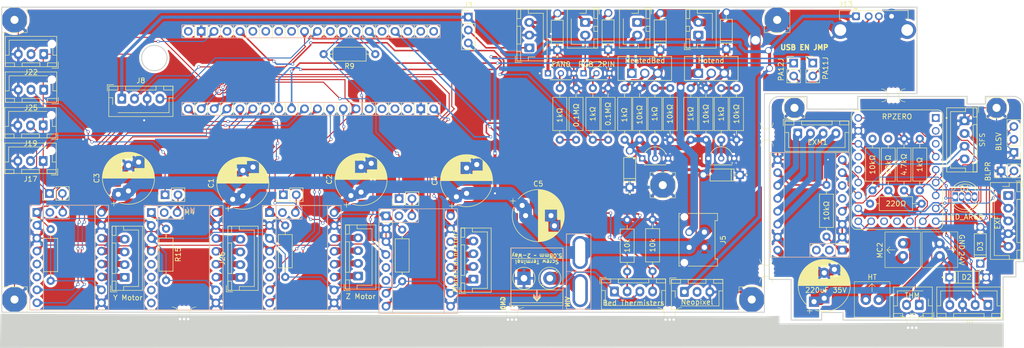
<source format=kicad_pcb>
(kicad_pcb (version 20241229) (generator "pcbnew") (generator_version "9.0")
  (layers (0 "F.Cu" signal) (2 "B.Cu" signal) (13 "F.Paste" user) (15 "B.Paste" user) (5 "F.SilkS" user "F.Silkscreen") (7 "B.SilkS" user "B.Silkscreen") (1 "F.Mask" user) (3 "B.Mask" user) (25 "Edge.Cuts" user))
  (net 0 "")
  (net 1 "GND")
  (net 2 "/M_UART")
  (net 3 "/UART_RX")
  (net 4 "/MX_EN")
  (net 5 "+3V3")
  (net 6 "/MY_EN")
  (net 7 "/MZ_EN")
  (net 8 "/ME_EN")
  (net 9 "Net-(J3-Pin_2)")
  (net 10 "/MX_DIAG")
  (net 11 "+24V")
  (net 12 "/NEOPIXEL_PIN")
  (net 13 "+5V")
  (net 14 "/MY_DIAG")
  (net 15 "/PA11")
  (net 16 "/PA12")
  (net 17 "Net-(J10-Pin_2)")
  (net 18 "/MZ_DIAG")
  (net 19 "/XMotor/A2")
  (net 20 "/XMotor/B1")
  (net 21 "/XMotor/A1")
  (net 22 "/ME_DIAG")
  (net 23 "/XMotor/B2")
  (net 24 "/YMotor/B2")
  (net 25 "/YMotor/A2")
  (net 26 "/YMotor/A1")
  (net 27 "/MX_DIR")
  (net 28 "/MX_STEP")
  (net 30 "/YMotor/B1")
  (net 33 "/MY_DIR")
  (net 35 "/MY_STEP")
  (net 38 "Net-(J16-Pin_2)")
  (net 39 "/MZ_DIR")
  (net 42 "/MZ_STEP")
  (net 44 "/ZMotor/A1")
  (net 45 "/ZMotor/B2")
  (net 46 "/ZMotor/A2")
  (net 47 "/ZMotor/B1")
  (net 48 "Net-(J18-Pin_2)")
  (net 49 "/OpticSensor")
  (net 50 "/SwitchSensor")
  (net 51 "/SGPIO_5")
  (net 52 "/SGPIO_4")
  (net 53 "Net-(J21-Pin_2)")
  (net 54 "/SGPIO_3")
  (net 55 "Net-(J24-Pin_2)")
  (net 56 "/ HEATED_BED_PIN")
  (net 57 "/HEATER_PIN")
  (net 58 "/RGB_PIN")
  (net 59 "/FAN0_PIN")
  (net 60 "/MS_DIR")
  (net 65 "/MS_EN")
  (net 66 "/MS_STEP")
  (net 67 "/MS_DIAG")
  (net 68 "/BED_THM_2")
  (net 69 "/BED_THM_1")
  (net 70 "/EMotor/A1")
  (net 71 "/EMotor/A2")
  (net 72 "/EMotor/B2")
  (net 73 "/EMotor/B1")
  (net 74 "/ME_STEP")
  (net 76 "/ME_DIR")
  (net 79 "5V")
  (net 80 "/Transistor1/Output_GND")
  (net 81 "/Mosfet/Output_Return")
  (net 82 "/Mosfet1/Output_Return")
  (net 83 "Net-(Q5-G)")
  (net 84 "Net-(Q6-G)")
  (net 85 "Net-(Q7-G)")
  (net 86 "Net-(Q8-G)")
  (net 87 "Net-(Q9-G)")
  (net 88 "Net-(Q10-G)")
  (net 89 "/D-")
  (net 90 "/D+")
  (net 95 "/BL_SV")
  (net 96 "/BL_PR")
  (net 97 "/THM_SG")
  (net 98 "/TH_SG")
  (net 99 "/ExtruderDriver/A2")
  (net 100 "/ExtruderDriver/B1")
  (net 101 "/ExtruderDriver/B2")
  (net 102 "/ExtruderDriver/A1")
  (net 103 "/SFS_ENC")
  (net 104 "/SFS_SW")
  (net 106 "/EXF_SG")
  (net 107 "/PCF_SG")
  (net 108 "/EXF_TACH")
  (net 109 "/PCF_TACH")
  (net 110 "/M_DIR")
  (net 111 "/M_EN")
  (net 112 "/M_STEP")
  (net 113 "Net-(J5-Pin_1)")
  (net 114 "Net-(J5-Pin_2)")
  (net 115 "Net-(J8-Pin_2)")
  (net 117 "Net-(J9-Pin_1)")
  (net 118 "Net-(RPZERO1-GP4)")
  (net 119 "/LED_TEST")
  (net 122 "Net-(D1-A)")
  (footprint "Connector_PinHeader_2.54mm:PinHeader_1x02_P2.54mm_Vertical" (layer "F.Cu") (at 261.6 76.45 90)
    (property "Reference" "J4" (hide yes))
    (property "Value" "BLPR")
  )
  (footprint "OpenA1K:mouse-bite-2.54mm-slot" (layer "F.Cu") (at 165.4 104.6 180)
    (property "Reference" "mouse-bite-2.54mm-slot" (hide yes))
    (property "Value" "VAL**" (hide yes))
  )
  (footprint "Connector_PinHeader_2.54mm:PinHeader_1x02_P2.54mm_Vertical" (layer "F.Cu") (at 220.8 55.25)
    (property "Reference" "J15" (hide yes))
    (property "Value" "PA12J")
  )
  (footprint "Connector_PinHeader_2.54mm:PinHeader_1x03_P2.54mm_Vertical" (layer "F.Cu") (at 156.8 46.21)
    (property "Reference" "J3")
    (property "Value" "FAN0_VS")
  )
  (footprint "OpenA1K:mouse-bite-2.54mm-slot" (layer "F.Cu") (at 100.9 104.5 180)
    (property "Reference" "mouse-bite-2.54mm-slot" (hide yes))
    (property "Value" "VAL**" (hide yes))
  )
  (footprint "OpenA1K:Diode" (layer "F.Cu") (at 207.55 47.32 90)
    (property "Reference" "D4" (hide yes))
    (property "Value" "D" (hide yes))
  )
  (footprint "Connector_JST:JST_XH_B4B-XH-A_1x04_P2.50mm_Vertical" (layer "F.Cu") (at 135.12 97.14 90)
    (property "Reference" "J23" (hide yes))
    (property "Value" "Conn_01x04" (hide yes))
  )
  (footprint "OpenA1K:Diode" (layer "F.Cu") (at 188.55 74.5 90)
    (property "Reference" "D5" (hide yes))
    (property "Value" "D")
  )
  (footprint "OpenA1K:Mountinghole_m1.5" (layer "F.Cu") (at 217.55 46.75)
    (property "Reference" "H4" (hide yes))
    (property "Value" "M1.5" (hide yes))
  )
  (footprint "OpenA1K:Diode" (layer "F.Cu") (at 257.5 89.5 90)
    (property "Reference" "D3")
    (property "Value" "D_EXF" (hide yes))
  )
  (footprint "OpenA1K:Diode" (layer "F.Cu") (at 184.3 47.4365 90)
    (property "Reference" "D1" (hide yes))
    (property "Value" "D" (hide yes))
  )
  (footprint "OpenA1K:ScrewTerminal 7mm x 7mm" (layer "F.Cu") (at 242.025914 92.071896 -90)
    (property "Reference" "J7" (hide yes))
    (property "Value" "MC2")
  )
  (footprint "Resistor_THT:R_Axial_DIN0207_L6.3mm_D2.5mm_P10.16mm_Horizontal" (layer "F.Cu") (at 209.55 60.17 -90)
    (property "Reference" "R16" (hide yes))
    (property "Value" "10kΩ")
  )
  (footprint "Capacitor_THT:CP_Radial_D10.0mm_P5.00mm_P7.50mm" (layer "F.Cu") (at 168.067323 85.25)
    (property "Reference" "C5")
    (property "Value" "220uF")
  )
  (footprint "Connector_JST:JST_XH_B2B-XH-AM_1x02_P2.50mm_Vertical" (layer "F.Cu") (at 190.05 47.25 -90)
    (property "Reference" "J6" (hide yes))
    (property "Value" "HeatedBed")
  )
  (footprint "OpenA1K:TMC2209 Footprint" (layer "F.Cu") (at 71.96 84.61)
    (property "Reference" "M2" (hide yes))
    (property "Value" "TMC2209 Breakout" (hide yes))
  )
  (footprint "OpenA1K:ScrewTerminal 7mm x 7mm" (layer "F.Cu") (at 249.774086 91.842704 90)
    (property "Reference" "J6" (hide yes))
    (property "Value" "MC1" (hide yes))
  )
  (footprint "Resistor_THT:R_Axial_DIN0207_L6.3mm_D2.5mm_P10.16mm_Horizontal" (layer "F.Cu") (at 97.36 87.83 -90)
    (property "Reference" "R15")
    (property "Value" "10kΩ")
  )
  (footprint "OpenA1K:Mountinghole_m1.5" (layer "F.Cu") (at 195.05 79.25)
    (property "Reference" "H2" (hide yes))
    (property "Value" "M1.5" (hide yes))
  )
  (footprint "Connector_JST:JST_XH_B4B-XH-A_1x04_P2.50mm_Vertical" (layer "F.Cu") (at 89.21 97.39 90)
    (property "Reference" "J20" (hide yes))
    (property "Value" "Conn_01x04" (hide yes))
  )
  (footprint "OpenA1K:2n7000" (layer "F.Cu") (at 206.55 74)
    (property "Reference" "Q5" (hide yes))
    (property "Value" "2n7000" (hide yes))
  )
  (footprint "Connector_JST:JST_XH_B2B-XH-AM_1x02_P2.50mm_Vertical" (layer "F.Cu") (at 202.05 49.75 90)
    (property "Reference" "J9" (hide yes))
    (property "Value" "Hotend")
  )
  (footprint "Connector_JST:JST_XH_B3B-XH-AM_1x03_P2.50mm_Vertical" (layer "F.Cu") (at 73.2 67.5 180)
    (property "Reference" "J19")
    (property "Value" "Endstop")
  )
  (footprint "OpenA1K:Mountinghole_m1.5" (layer "F.Cu") (at 260.7 64.05)
    (property "Reference" "H2" (hide yes))
    (property "Value" "M1.5" (hide yes))
  )
  (footprint "Connector_JST:JST_XH_B5B-XH-AM_1x05_P2.50mm_Vertical" (layer "F.Cu") (at 263 81.3 -90)
    (property "Reference" "J8" (hide yes))
    (property "Value" "EXF")
  )
  (footprint "OpenA1K:TMC2209 Footprint" (layer "F.Cu") (at 230.340707 92.03 180)
    (property "Reference" "M1" (hide yes))
    (property "Value" "StepperMotor" (hide yes))
  )
  (footprint "Connector_JST:JST_XH_B3B-XH-AM_1x03_P2.50mm_Vertical" (layer "F.Cu") (at 199.3 100.25)
    (property "Reference" "J2" (hide yes))
    (property "Value" "Neopixel")
  )
  (footprint "Connector_JST:JST_XH_B3B-XH-AM_1x03_P2.50mm_Vertical" (layer "F.Cu") (at 168.8 52.25 90)
    (property "Reference" "J7" (hide yes))
    (property "Value" "FAN0")
  )
  (footprint "LED_THT:LED_D5.0mm-4_RGB" (layer "F.Cu") (at 252.56 81.55)
    (property "Reference" "D1")
    (property "Value" "LED_ARGB")
  )
  (footprint "OpenA1K:Diode" (layer "F.Cu") (at 174.3 47.5 90)
    (property "Reference" "D2" (hide yes))
    (property "Value" "D" (hide yes))
  )
  (footprint "Resistor_THT:R_Axial_DIN0207_L6.3mm_D2.5mm_P10.16mm_Horizontal" (layer "F.Cu") (at 181.3 70.33 90)
    (property "Reference" "R27" (hide yes))
    (property "Value" "1kΩ")
  )
  (footprint "Capacitor_THT:CP_Radial_D10.0mm_P5.00mm_P7.50mm" (layer "F.Cu") (at 135.71 80.64 90)
    (property "Reference" "C2")
    (property "Value" "220uF")
  )
  (footprint "OpenA1K:mouse-bite-2.54mm-slot" (layer "F.Cu") (at 240.4 61.6)
    (property "Reference" "mouse-bite-2.54mm-slot" (hide yes))
    (property "Value" "VAL**" (hide yes))
  )
  (footprint "Resistor_THT:R_Axial_DIN0207_L6.3mm_D2.5mm_P10.16mm_Horizontal" (layer "F.Cu") (at 200.55 70.33 90)
    (property "Reference" "R18" (hide yes))
    (property "Value" "1kΩ")
  )
  (footprint "Connector_PinHeader_2.54mm:PinHeader_1x03_P2.54mm_Vertical" (layer "F.Cu") (at 264.1 72.8 180)
    (property "Reference" "J3" (hide yes))
    (property "Value" "BLSV")
  )
  (footprint "Connector_PinHeader_2.54mm:PinHeader_1x02_P2.54mm_Vertical" (layer "F.Cu") (at 143.195 81.91 90)
    (property "Reference" "J16" (hide yes))
    (property "Value" "SensorlessHoming" (hide yes))
  )
  (footprint "Connector_USB:USB_A_Connfly_DS1095" (layer "F.Cu") (at 233.05 46.04)
    (property "Reference" "J13")
    (property "Value" "USB_A")
  )
  (footprint "Connector_PinHeader_2.54mm:PinHeader_1x02_P2.54mm_Vertical" (layer "F.Cu") (at 74.42 80.89 90)
    (property "Reference" "J18" (hide yes))
    (property "Value" "SensorlessHoming" (hide yes))
  )
  (footprint "Resistor_THT:R_Axial_DIN0207_L6.3mm_D2.5mm_P10.16mm_Horizontal" (layer "F.Cu") (at 143.8 88 -90)
    (property "Reference" "R12" (hide yes))
    (property "Value" "10kΩ" (hide yes))
  )
  (footprint "OpenA1K:STM32 Blackpill Socketed" (layer "F.Cu") (at 125.864 56.62 180)
    (property "Reference" "U1" (hide yes))
    (property "Value" "~")
  )
  (footprint "Capacitor_THT:CP_Radial_D10.0mm_P5.00mm_P7.50mm" (layer "F.Cu") (at 89.96 80.39 90)
    (property "Reference" "C3")
    (property "Value" "220uF" (hide yes))
  )
  (footprint "OpenA1K:Diode" (layer "F.Cu") (at 256.6135 97.3746)
    (property "Reference" "D2")
    (property "Value" "D_PCF" (hide yes))
  )
  (footprint "OpenA1K:mouse-bite-2.54mm-slot" (layer "F.Cu") (at 244.1 106.2 180)
    (property "Reference" "mouse-bite-2.54mm-slot" (hide yes))
    (property "Value" "VAL**" (hide yes))
  )
  (footprint "Connector_JST:JST_XH_B3B-XH-AM_1x03_P2.50mm_Vertical" (layer "F.Cu") (at 73.3 53.5 180)
    (property "Reference" "J22")
    (property "Value" "Endstop")
  )
  (footprint "OpenA1K:Diode" (layer "F.Cu") (at 194.55 47.4365 90)
    (property "Reference" "D6" (hide yes))
    (property "Value" "D" (hide yes))
  )
  (footprint "Connector_JST:JST_XH_B4B-XH-AM_1x04_P2.50mm_Vertical" (layer "F.Cu") (at 88.65 62.25)
    (property "Reference" "J8")
    (property "Value" "SFS")
  )
  (footprint "Connector_JST:JST_XH_B4B-XH-A_1x04_P2.50mm_Vertical" (layer "F.Cu") (at 254.4 66.6 -90)
    (property "Reference" "J2" (hide yes))
    (property "Value" "SFS")
  )
  (footprint "Connector_PinHeader_2.54mm:PinHeader_1x02_P2.54mm_Vertical" (layer "F.Cu") (at 97.17 81.14 90)
    (property "Reference" "J24" (hide yes))
    (property "Value" "SensorlessHoming" (hide yes))
  )
  (footprint "Connector_JST:JST_XH_B4B-XH-A_1x04_P2.50mm_Vertical" (layer "F.Cu") (at 157.8 97.75 90)
    (property "Reference" "MotorConnector1")
    (property "Value" "Conn_01x04")
  )
  (footprint "Resistor_THT:R_Axial_DIN0207_L6.3mm_D2.5mm_P10.16mm_Horizontal" (layer "F.Cu") (at 193.51 60.17 -90)
    (property "Reference" "R21" (hide yes))
    (property "Value" "1kΩ")
  )
  (footprint "OpenA1K:Mountinghole_m1.5" (layer "F.Cu") (at 212.55 101.75)
    (property "Reference" "H5" (hide yes))
    (property "Value" "M1.5" (hide yes))
  )
  (footprint "Connector_JST:JST_XH_B3B-XH-AM_1x03_P2.50mm_Vertical" (layer "F.Cu") (at 73.2 74.5 180)
    (property "Reference" "J17")
    (property "Value" "Endstop")
  )
  (footprint "OpenA1K:2n7000" (layer "F.Cu") (at 193.55 74)
    (property "Reference" "Q7" (hide yes))
    (property "Value" "2n7000")
  )
  (footprint "Resistor_THT:R_Axial_DIN0207_L6.3mm_D2.5mm_P10.16mm_Horizontal" (layer "F.Cu") (at 196.51 60.17 -90)
    (property "Reference" "R20" (hide yes))
    (property "Value" "10kΩ")
  )
  (footprint "OpenA1K:2n7000" (layer "F.Cu") (at 175.0125 57.26)
    (property "Reference" "Q9" (hide yes))
    (property "Value" "2n7000" (hide yes))
  )
  (footprint "OpenA1K:Mountinghole_m1.5" (layer "F.Cu") (at 67.55 46.75)
    (property "Reference" "H1" (hide yes))
    (property "Value" "M1.5" (hide yes))
  )
  (footprint "OpenA1K:2n7000" (layer "F.Cu") (at 182.0125 57.26)
    (property "Reference" "Q10" (hide yes))
    (property "Value" "2n7000" (hide yes))
  )
  (footprint "OpenA1K:mouse-bite-2.54mm-slot" (layer "F.Cu") (at 215.5 69.3 90)
    (property "Reference" "mouse-bite-2.54mm-slot" (hide yes))
    (property "Value" "VAL**" (hide yes))
  )
  (footprint "Resistor_THT:R_Axial_DIN0207_L6.3mm_D2.5mm_P10.16mm_Horizontal" (layer "F.Cu") (at 245.6 70.12 -90)
    (property "Reference" "R1" (hide yes))
    (property "Value" "1kΩ")
  )
  (footprint "OpenA1K:Updated ATO Mini-Blade_2Post" (layer "F.Cu") (at 178.895 96.25 -90)
    (property "Reference" "F1" (hide yes))
    (property "Value" "Mini ATO Fuse")
  )
  (footprint "Resistor_THT:R_Axial_DIN0207_L6.3mm_D2.5mm_P10.16mm_Horizontal" (layer "F.Cu") (at 190.51 70.33 90)
    (property "Reference" "R22" (hide yes))
    (property "Value" "10kΩ")
  )
  (footprint "Resistor_THT:R_Axial_DIN0207_L6.3mm_D2.5mm_P10.16mm_Horizontal" (layer "F.Cu") (at 235.82 82.9)
    (property "Reference" "R3" (hide yes))
    (property "Value" "220Ω")
  )
  (footprint "Resistor_THT:R_Axial_DIN0207_L6.3mm_D2.5mm_P10.16mm_Horizontal" (layer "F.Cu") (at 120.8 87.17 -90)
    (property "Reference" "R14" (hide yes))
    (property "Value" "10kΩ" (hide yes))
  )
  (footprint "OpenA1K:mouse-bite-2.54mm-slot" (layer "F.Cu") (at 215.4 96.1 90)
    (property "Reference" "mouse-bite-2.54mm-slot" (hide yes))
    (property "Value" "VAL**" (hide yes))
  )
  (footprint "OpenA1K:IRLZ44N" (layer "F.Cu") (at 191.51 56.31)
    (property "Reference" "Q8" (hide yes))
    (property "Value" "NMOS" (hide yes))
  )
  (footprint "Resistor_THT:R_Axial_DIN0207_L6.3mm_D2.5mm_P10.16mm_Horizontal" (layer "F.Cu") (at 242.5 80.3 90)
    (property "Reference" "R2" (hide yes))
    (property "Value" "4.7kΩ")
  )
  (footprint "Connector_PinHeader_2.54mm:PinHeader_1x02_P2.54mm_Vertical" (layer "F.Cu") (at 224.55 55.25)
    (property "Reference" "J14" (hide yes))
    (property "Value" "PA11J")
  )
  (footprint "Capacitor_THT:CP_Radial_D10.0mm_P5.00mm_P7.50mm" (layer "F.Cu") (at 112.46 81.372677 90)
    (property "Reference" "C1")
    (property "Value" "220uF")
  )
  (footprint "Resistor_THT:R_Axial_DIN0207_L6.3mm_D2.5mm_P10.16mm_Horizontal" (layer "F.Cu") (at 227.25 89.38 90)
    (property "Reference" "R6" (hide yes))
    (property "Value" "10kΩ")
  )
  (footprint "OpenA1K:TMC2209 Footprint" (layer "F.Cu") (at 94.46 84.65)
    (property "Reference" "M4")
    (property "Value" "TMC2209 Breakout" (hide yes))
  )
  (footprint "OpenA1K:Diode" (layer "F.Cu") (at 205.05 77.25 180)
    (property "Reference" "D3" (hide yes))
    (property "Value" "D")
  )
  (footprint "Libraries:RP2040-ZERO" (layer "F.Cu") (at 241.12 76.2)
    (property "Reference" "RPZERO1" (hide yes))
    (property "Value" "RPZERO")
  )
  (footprint "Resistor_THT:R_Axial_DIN0207_L6.3mm_D2.5mm_P10.16mm_Horizontal" (layer "F.Cu") (at 187.55 70.33 90)
    (property "Reference" "R23" (hide yes))
    (property "Value" "1kΩ")
  )
  (footprint "OpenA1K:1x2 Terminal Block" (layer "F.Cu") (at 167.755 97.571)
    (property "Reference" "J10" (hide yes))
    (property "Value" "Screw_Terminal_01x02" (hide yes))
  )
  (footprint "Capacitor_THT:CP_Radial_D10.0mm_P5.00mm_P7.50mm" (layer "F.Cu") (at 156.46 80.872677 90)
    (property "Reference" "C4")
    (property "Value" "220uF")
  )
  (footprint "Connector_JST:JST_XH_B4B-XH-A_1x04_P2.50mm_Vertical" (layer "F.Cu") (at 259 102.8 180)
    (property "Reference" "J9")
    (property "Value" "PCF")
  )
  (footprint "Connector_JST:JST_XH_B2B-XH-AM_1x02_P2.50mm_Vertical" (layer "F.Cu") (at 179.8 47.25 -90)
    (property "Reference" "J4" (hide yes))
    (property "Value" "RGB_2PIN")
  )
  (footprint "Resistor_THT:R_Axial_DIN0207_L6.3mm_D2.5mm_P10.16mm_Horizontal" (layer "F.Cu") (at 74.66 87.91 -90)
    (property "Reference" "R13" (hide yes))
    (property "Value" "10kΩ" (hide yes))
  )
  (footprint "OpenA1K:mouse-bite-2.54mm-slot" (layer "F.Cu") (at 196.4 104.6 180)
    (property "Reference" "mouse-bite-2.54mm-slot" (hide yes))
    (property "Value" "VAL**" (hide yes))
  )
  (footprint "Connector_JST:JST_XH_B4B-XH-A_1x04_P2.50mm_Vertical" (layer "F.Cu") (at 111.96 97.39 90)
    (property "Reference" "J26")
    (property "Value" "Conn_01x04")
  )
  (footprint "Resistor_THT:R_Axial_DIN0207_L6.3mm_D2.5mm_P10.16mm_Horizontal" (layer "F.Cu") (at 138.514 53.49 180)
    (property "Reference" "R9")
    (property "Value" "1kΩ")
  )
  (footprint "Connector_PinHeader_2.54mm:PinHeader_1x02_P2.54mm_Vertical" (layer "F.Cu") (at 120.42 81.14 90)
    (property "Reference" "J21" (hide yes))
    (property "Value" "SensorlessHoming" (hide yes))
  )
  (footprint "Resistor_THT:R_Axial_DIN0207_L6.3mm_D2.5mm_P10.16mm_Horizontal" (layer "F.Cu") (at 174.8 70.33 90)
    (property "Reference" "R25" (hide yes))
    (property "Value" "1kΩ")
  )
  (footprint "Resistor_THT:R_Axial_DIN0207_L6.3mm_D2.5mm_P10.16mm_Horizontal" (layer "F.Cu") (at 193.05 96.17 90)
    (property "Reference" "R10" (hide yes))
    (property "Value" "10k")
  )
  (footprint "Resistor_THT:R_Axial_DIN0207_L6.3mm_D2.5mm_P10.16mm_Horizontal" (layer "F.Cu") (at 203.55 70.33 90)
    (property "Reference" "R19" (hide yes))
    (property "Value" "10kΩ")
  )
  (footprint "Resistor_THT:R_Axial_DIN0207_L6.3mm_D2.5mm_P10.16mm_Horizontal" (layer "F.Cu") (at 206.55 60.17 -90)
    (property "Reference" "R17" (hide yes))
    (property "Value" "1kΩ")
  )
  (footprint "Connector_JST:JST_XH_B2B-XH-AM_1x02_P2.50mm_Vertical" (layer "F.Cu") (at 245.5 102.8 180)
    (property "Reference" "J1" (hide yes))
    (property "Value" "THM")
  )
  (footprint "Connector_JST:JST_XH_B4B-XH-A_1x04_P2.50mm_Vertical" (layer "F.Cu") (at 221.6 69.1)
    (property "Reference" "EXM1")
    (property "Value" "Conn_01x04" (hide yes))
  )
  (footprint "Resistor_THT:R_Axial_DIN0207_L6.3mm_D2.5mm_P10.16mm_Horizontal" (layer "F.Cu") (at 184.3 70.33 90)
    (property "Reference" "R26" (hide yes))
    (property "Value" "0.1MΩ")
  )
  (footprint "OpenA1K:IRLZ44N" (layer "F.Cu") (at 204.59 56.31)
    (property "Reference" "Q6" (hide yes))
    (property "Value" "NMOS" (hide yes))
  )
  (footprint "OpenA1K:ScrewTerminal 7mm x 7mm" (layer "F.Cu") (at 236.128811 101.525914 180)
    (property "Reference" "J5" (hide yes))
    (property "Value" "HT")
  )
  (footprint "Connector_JST:JST_XH_B3B-XH-AM_1x03_P2.50mm_Vertical" (layer "F.Cu") (at 73.3 60.5 180)
    (property "Reference" "J25")
    (property "Value" "Endstop")
  )
  (footprint "Connector_Molex:Molex_Micro-Fit_3.0_43045-0412_2x02_P3.00mm_Vertical" (layer "F.Cu") (at 203.24 88.5 -90)
    (property "Reference" "J5")
    (property "Value" "Molex 2x02 Microfit" (hide yes))
  )
  (footprint "Resistor_THT:R_Axial_DIN0207_L6.3mm_D2.5mm_P10.16mm_Horizontal" (layer "F.Cu") (at 178 70.33 90)
    (property "Reference" "R24" (hide yes))
    (property "Value" "0.1MΩ")
  )
  (footprint "OpenA1K:TMC2209 Footprint" (layer "F.Cu") (at 117.71 84.65)
    (property "Reference" "M3" (hide yes))
    (property "Value" "TMC2209 Breakout" (hide yes))
  )
  (footprint "Resistor_THT:R_Axial_DIN0207_L6.3mm_D2.5mm_P10.16mm_Horizontal" (layer "F.Cu") (at 188.05 96.25 90)
    (property "Reference" "R11" (hide yes))
    (property "Value" "10k")
  )
  (footprint "Resistor_THT:R_Axial_DIN0207_L6.3mm_D2.5mm_P10.16mm_Horizontal" (layer "F.Cu") (at 236.3 80.3 90)
    (property "Reference" "R5" (hide yes))
    (property "Value" "10kΩ")
  )
  (footprint "Connector_JST:JST_XH_B4B-XH-A_1x04_P2.50mm_Vertical" (layer "F.Cu") (at 185.55 100.17)
    (property "Reference" "J11" (hide yes))
    (property "Value" "Bed Thermisters")
  )
  (footprint "OpenA1K:Mountinghole_m1.5" (layer "F.Cu") (at 220.95 64.05)
    (property "Reference" "H1" (hide yes))
    (property "Value" "M1.5" (hide yes))
  )
  (footprint "OpenA1K:TMC2209 Footprint" (layer "F.Cu") (at 140.62 85.3)
    (property "Reference" "M1" (hide yes))
    (property "Value" "TMC2209 Breakout" (hide yes))
  )
  (footprint "OpenA1K:Mountinghole_m1.5" (layer "F.Cu") (at 67.55 101.75)
    (property "Reference" "H3" (hide yes))
    (property "Value" "M1.5" (hide yes))
  )
  (footprint "Capacitor_THT:CP_Radial_D10.0mm_P5.00mm_P7.50mm" (layer "F.Cu") (at 226.8 101.5 90)
    (property "Reference" "C2" (hide yes))
    (property "Value" "220uF 35V")
  )
  (footprint "Resistor_THT:R_Axial_DIN0207_L6.3mm_D2.5mm_P10.16mm_Horizontal" (layer "F.Cu") (at 239.4 80.3 90)
    (property "Reference" "R4" (hide yes))
    (property "Value" "10kΩ")
  )
  (gr_line (start 226.301099 105.790499) (end 226.301099 104.3) (stroke (width 0.2)) (layer "Edge.Cuts"))
  (gr_line (start 220.30788 105.790499) (end 220.299262 97.797624) (stroke (width 0.2)) (layer "Edge.Cuts"))
  (gr_line (start 216 63.8) (end 216 97.8) (stroke (width 0.2)) (layer "Edge.Cuts"))
  (gr_line (start 233.399131 61.8) (end 233.399131 64.3) (stroke (width 0.2)) (layer "Edge.Cuts"))
  (gr_poly (pts (xy 261.998765 111.064605) (xy 64.798765 111.164605) (xy 64.898765 104.664605) (xy 214.898765 105.164605) (xy 217.898765 105.064605) (xy 217.898765 106.564605) (xy 261.998765 106.364605)) (stroke (width 0.2)) (fill yes) (layer "Edge.Cuts"))
  (gr_arc (start 264 61.8) (mid 265.414214 62.385786) (end 266 63.8) (stroke (width 0.2)) (layer "Edge.Cuts"))
  (gr_line (start 65.05 104.25) (end 215.05 104.25) (stroke (width 0.2)) (layer "Edge.Cuts"))
  (gr_line (start 262 105.8) (end 262 97.3) (stroke (width 0.2)) (layer "Edge.Cuts"))
  (gr_line (start 245.05 61.25) (end 245.05 44.25) (stroke (width 0.2)) (layer "Edge.Cuts"))
  (gr_line (start 258.5 61.8) (end 258.5 63.3) (stroke (width 0.2)) (layer "Edge.Cuts"))
  (gr_line (start 223.396551 61.8) (end 218 61.8) (stroke (width 0.2)) (layer "Edge.Cuts"))
  (gr_line (start 266 94.3) (end 266 63.8) (stroke (width 0.2)) (layer "Edge.Cuts"))
  (gr_line (start 264.5 94.3) (end 266 94.3) (stroke (width 0.2)) (layer "Edge.Cuts"))
  (gr_line (start 220.30788 105.790499) (end 226.301099 105.790499) (stroke (width 0.2)) (layer "Edge.Cuts"))
  (gr_line (start 215.05 104.25) (end 215.05 61.25) (stroke (width 0.2)) (layer "Edge.Cuts"))
  (gr_line (start 65.05 44.25) (end 65.05 104.25) (stroke (width 0.2)) (layer "Edge.Cuts"))
  (gr_line (start 264 61.8) (end 258.5 61.8) (stroke (width 0.2)) (layer "Edge.Cuts"))
  (gr_line (start 245.05 44.25) (end 65.05 44.25) (stroke (width 0.2)) (layer "Edge.Cuts"))
  (gr_line (start 262 97.3) (end 264.5 97.3) (stroke (width 0.2)) (layer "Edge.Cuts"))
  (gr_line (start 254.898662 61.8) (end 254.898662 63.301055) (stroke (width 0.2)) (layer "Edge.Cuts"))
  (gr_line (start 226.301099 104.3) (end 230.5 104.3) (stroke (width 0.2)) (layer "Edge.Cuts"))
  (gr_line (start 230.5 104.3) (end 230.5 105.8) (stroke (width 0.2)) (layer "Edge.Cuts"))
  (gr_line (start 216 97.8) (end 220.299262 97.797624) (stroke (width 0.2)) (layer "Edge.Cuts"))
  (gr_line (start 215.05 61.25) (end 245.05 61.25) (stroke (width 0.2)) (layer "Edge.Cuts"))
  (gr_circle (center 95.05 54.25) (end 92.55 54.25) (stroke (width 0.2)) (fill no) (layer "Edge.Cuts"))
  (gr_line (start 254.898662 61.8) (end 233.399131 61.8) (stroke (width 0.2)) (layer "Edge.Cuts"))
  (gr_line (start 258.5 63.3) (end 254.898662 63.301055) (stroke (width 0.2)) (layer "Edge.Cuts"))
  (gr_line (start 223.396551 64.301055) (end 223.396551 61.8) (stroke (width 0.2)) (layer "Edge.Cuts"))
  (gr_arc (start 216 63.8) (mid 216.585786 62.385786) (end 218 61.8) (stroke (width 0.2)) (layer "Edge.Cuts"))
  (gr_line (start 230.5 105.8) (end 262 105.8) (stroke (width 0.2)) (layer "Edge.Cuts"))
  (gr_line (start 264.5 97.3) (end 264.5 94.3) (stroke (width 0.2)) (layer "Edge.Cuts"))
  (gr_line (start 233.399131 64.3) (end 223.396551 64.301055) (stroke (width 0.2)) (layer "Edge.Cuts"))
  (gr_text "24V" (at 253.8 93.65 270) (layer "F.SilkS") (effects (font (size 1 1))))
  (gr_text "GND" (at 253.85 90.45 270) (layer "F.SilkS") (effects (font (size 1 1))))
  (gr_text "USB EN JMP" (at 218.05 52.75 0) (layer "F.SilkS") (effects (font (size 1 1) (thickness 0.25) (bold yes)) (justify left bottom)))
  (segment (start 68.3 53.5) (end 68.3 74.4) (width 0.2) (layer "F.Cu") (net 1))
  (segment (start 156.46 75.872677) (end 151.529 80.803677) (width 1.4) (layer "F.Cu") (net 1))
  (segment (start 68.2 85.93) (end 68.2 74.5) (width 0.2) (layer "F.Cu") (net 1))
  (segment (start 222.95 66.05) (end 230.97 66.05) (width 0.3) (layer "F.Cu") (net 1))
  (segment (start 217.640707 74.25) (end 217.640707 67.359293) (width 0.3) (layer "F.Cu") (net 1))
  (segment (start 137.037856 75.64) (end 137.71 74.967856) (width 1.4) (layer "F.Cu") (net 1))
  (segment (start 207.13 57.25) (end 206.47 57.25) (width 0.3) (layer "F.Cu") (net 1))
  (segment (start 201.999 90.259) (end 197.299 90.259) (width 0.5) (layer "F.Cu") (net 1))
  (segment (start 81.05 67.75) (end 82.3 66.5) (width 0.2) (layer "F.Cu") (net 1))
  (segment (start 183.109 61.361) (end 184.3 60.17) (width 0.3) (layer "F.Cu") (net 1))
  (segment (start 117.71 87.19) (end 115.3 87.19) (width 0.2) (layer "F.Cu") (net 1))
  (segment (start 260.7 64.05) (end 256.95 64.05) (width 0.2) (layer "F.Cu") (net 1))
  (segment (start 232.035707 85.255) (end 243.625 85.255) (width 0.3) (layer "F.Cu") (net 1))
  (segment (start 115.3 87.19) (end 107.16 87.19) (width 0.2) (layer "F.Cu") (net 1))
  (segment (start 105.379 88.971) (end 96.520999 88.971) (width 0.2) (layer "F.Cu") (net 1))
  (segment (start 107.16 87.19) (end 105.379 88.971) (width 0.2) (layer "F.Cu") (net 1))
  (segment (start 173.739467 85.922144) (end 173.067323 85.25) (width 2.5) (layer "F.Cu") (net 1))
  (segment (start 139.97 87.19) (end 140.62 87.84) (width 0.2) (layer "F.Cu") (net 1))
  (segment (start 184.5525 57.26) (end 184.5525 59.9175) (width 0.3) (layer "F.Cu") (net 1))
  (segment (start 203.55 60.17) (end 204.21 60.17) (width 1) (layer "F.Cu") (net 1))
  (segment (start 197.234517 96.761) (end 187.723517 87.25) (width 3) (layer "F.Cu") (net 1))
  (segment (start 151.529 80.803677) (end 151.529 86.049) (width 1.4) (layer "F.Cu") (net 1))
  (segment (start 128.02 83.33) (end 128.02 84.8) (width 1.4) (layer "F.Cu") (net 1))
  (segment (start 203.24 91.5) (end 203.24 93.757537) (width 3) (layer "F.Cu") (net 1))
  (segment (start 233.5 68.58) (end 234.254 67.826) (width 0.3) (layer "F.Cu") (net 1))
  (segment (start 95.930999 88.381) (end 85.891 88.381) (width 0.2) (layer "F.Cu") (net 1))
  (segment (start 184.3 52.6165) (end 184.3 57.0075) (width 0.3) (layer "F.Cu") (net 1))
  (segment (start 71.96 89.69) (end 67.55 94.1) (width 0.2) (layer "F.Cu") (net 1))
  (segment (start 135.71 75.64) (end 137.037856 75.64) (width 1.4) (layer "F.Cu") (net 1))
  (segment (start 217.55 46.75) (end 227.98 46.75) (width 3) (layer "F.Cu") (net 1))
  (segment (start 194.05 57.25) (end 191.13 60.17) (width 1) (layer "F.Cu") (net 1))
  (segment (start 204.3 100.25) (end 204.3 92.56) (width 0.5) (layer "F.Cu") (net 1))
  (segment (start 151.529 86.049) (end 153.32 87.84) (width 1.4) (layer "F.Cu") (net 1))
  (segment (start 167.755 97.571) (end 167.755 90.562323) (width 2.5) (layer "F.Cu") (net 1))
  (segment (start 243.625 85.255) (end 245.98 82.9) (width 0.3) (layer "F.Cu") (net 1))
  (segment (start 130.41 87.19) (end 139.97 87.19) (width 0.2) (layer "F.Cu") (net 1))
  (segment (start 215.8 48.5) (end 217.55 46.75) (width 1) (layer "F.Cu") (net 1))
  (segment (start 207.55 56.83) (end 207.13 57.25) (width 1) (layer "F.Cu") (net 1))
  (segment (start 220.95 64.05) (end 222.95 66.05) (width 0.3) (layer "F.Cu") (net 1))
  (segment (start 68.3 74.4) (end 68.2 74.5) (width 0.2) (layer "F.Cu") (net 1))
  (segment (start 184.5525 59.9175) (end 184.3 60.17) (width 0.3) (layer "F.Cu") (net 1))
  (segment (start 224.650707 96.5) (end 217.640707 89.49) (width 1.3) (layer "F.Cu") (net 1))
  (segment (start 204.3 100.25) (end 211.05 100.25) (width 0.5) (layer "F.Cu") (net 1))
  (segment (start 197.299 90.259) (end 193.05 86.01) (width 0.5) (layer "F.Cu") (net 1))
  (segment (start 207.55 52.5) (end 207.55 56.83) (width 1) (layer "F.Cu") (net 1))
  (segment (start 152.129 89.031) (end 153.32 87.84) (width 0.2) (layer "F.Cu") (net 1))
  (segment (start 179.191 61.361) (end 183.109 61.361) (width 0.3) (layer "F.Cu") (net 1))
  (segment (start 240.186 67.826) (end 242.5 70.14) (width 0.3) (layer "F.Cu") (net 1))
  (segment (start 128.8 100.82) (end 128.8 91.719) (width 0.2) (layer "F.Cu") (net 1))
  (segment (start 156.46 75.872677) (end 157.787856 75.872677) (width 1.4) (layer "F.Cu") (net 1))
  (segment (start 256.95 64.05) (end 254.4 66.6) (width 0.2) (layer "F.Cu") (net 1))
  (segment (start 89.96 75.39) (end 91.287856 75.39) (width 1.4) (layer "F.Cu") (net 1))
  (segment (start 230.340707 86.95) (end 232.035707 85.255) (width 0.3) (layer "F.Cu") (net 1))
  (segment (start 230.97 66.05) (end 233.5 68.58) (width 0.3) (layer "F.Cu") (net 1))
  (segment (start 82.869 82.481) (end 82.869 85.359) (width 1.4) (layer "F.Cu") (net 1))
  (segment (start 226.8 96.5) (end 228.127856 96.5) (width 1.3) (layer "F.Cu") (net 1))
  (segment (start 230.340707 86.95) (end 230.340707 89.49) (width 0.3) (layer "F.Cu") (net 1))
  (segment (start 115.3 89.25) (end 115.3 87.19) (width 0.2) (layer "F.Cu") (net 1))
  (segment (start 105.369 83.463677) (end 105.369 85.399) (width 1.4) (layer "F.Cu") (net 1))
  (segment (start 152.129 101.889) (end 152.129 89.031) (width 0.2) (layer "F.Cu") (net 1))
  (segment (start 167.755 90.562323) (end 173.067323 85.25) (width 2.5) (layer "F.Cu") (net 1))
  (segment (start 177.5525 57.26) (end 177.5525 55.9325) (width 0.3) (layer "F.Cu") (net 1))
  (segment (start 193.05 86.01) (end 193.05 81.25) (width 0.5) (layer "F.Cu") (net 1))
  (segment (start 173.739467 87.25) (end 173.739467 85.922144) (width 2.5) (layer "F.Cu") (net 1))
  (segment (start 82.12 89.69) (end 71.96 89.69) (width 0.2) (layer "F.Cu") (net 1))
  (segment (start 157.787856 75.872677) (end 158.46 75.200533) (width 1.4) (layer "F.Cu") (net 1))
  (segment (start 178 60.17) (end 179.191 61.361) (width 0.3) (layer "F.Cu") (net 1))
  (segment (start 187.723517 87.25) (end 173.739467 87.25) (width 3) (layer "F.Cu") (net 1))
  (segment (start 112.46 76.372677) (end 113.787856 76.372677) (width 1.4) (layer "F.Cu") (net 1))
  (segment (start 194.55 56.75) (end 194.05 57.25) (width 1) (layer "F.Cu") (net 1))
  (segment (start 112.46 76.372677) (end 105.369 83.463677) (width 1.4) (layer "F.Cu") (net 1))
  (segment (start 211.05 100.25) (end 212.55 101.75) (width 0.5) (layer "F.Cu") (net 1))
  (segment (start 71.96 89.69) (end 68.2 85.93) (width 0.2) (layer "F.Cu") (net 1))
  (segment (start 130.41 102.43) (end 128.8 100.82) (width 0.2) (layer "F.Cu") (net 1))
  (segment (start 208.05 48.5) (end 215.8 48.5) (width 1) (layer "F.Cu") (net 1))
  (segment (start 234.254 67.826) (end 240.186 67.826) (width 0.3) (layer "F.Cu") (net 1))
  (segment (start 82.869 85.359) (end 84.66 87.15) (width 1.4) (layer "F.Cu") (net 1))
  (segment (start 184.3 57.0075) (end 184.5525 57.26) (width 0.3) (layer "F.Cu") (net 1))
  (segment (start 82.3 66.5) (end 93.05 66.5) (width 0.2) (layer "F.Cu") (net 1))
  (segment (start 217.640707 74.25) (end 227.55 74.25) (width 0.3) (layer "F.Cu") (net 1))
  (segment (start 226.8 96.5) (end 224.650707 96.5) (width 1.3) (layer "F.Cu") (net 1))
  (segment (start 68.3 47.5) (end 67.55 46.75) (width 0.2) (layer "F.Cu") (net 1))
  (segment (start 207.55 52.5) (end 207.55 49) (width 1) (layer "F.Cu") (net 1))
  (segment (start 174.3 52.68) (end 174.3 50.75) (width 0.3) (layer "F.Cu") (net 1))
  (segment (start 128.02 84.8) (end 130.41 87.19) (width 1.4) (layer "F.Cu") (net 1))
  (segment (start 193.05 86.01) (end 188.13 86.01) (width 0.5) (layer "F.Cu") (net 1))
  (segment (start 67.55 94.1) (end 67.55 101.75) (width 0.2) (layer "F.Cu") (net 1))
  (segment (start 135.71 75.64) (end 128.02 83.33) (width 1.4) (layer "F.Cu") (net 1))
  (segment (start 174.3 50.75) (end 173.05 49.5) (width 0.3) (layer "F.Cu") (net 1))
  (segment (start 153.32 103.08) (end 152.129 101.889) (width 0.2) (layer "F.Cu") (net 1))
  (segment (start 177.5525 55.9325) (end 174.3 52.68) (width 0.3) (layer "F.Cu") (net 1))
  (segment (start 177.5525 57.26) (end 177.5525 59.7225) (width 0.3) (layer "F.Cu") (net 1))
  (segment (start 204.21 60.17) (end 207.13 57.25) (width 1) (layer "F.Cu") (net 1))
  (segment (start 193.43 57.25) (end 194.05 57.25) (width 0.3) (layer "F.Cu") (net 1))
  (segment (start 194.55 52.6165) (end 194.55 56.75) (width 1) (layer "F.Cu") (net 1))
  (segment (start 68.3 53.5) (end 68.3 47.5) (width 0.2) (layer "F.Cu") (net 1))
  (segment (start 85.891 88.381) (end 84.66 87.15) (width 0.2) (layer "F.Cu") (net 1))
  (segment (start 200.236537 96.761) (end 197.234517 96.761) (width 3) (layer "F.Cu") (net 1))
  (segment (start 113.787856 76.372677) (end 114.46 75.700533) (width 1.4) (layer "F.Cu") (net 1))
  (segment (start 91.287856 75.39) (end 91.96 74.717856) (width 1.4) (layer "F.Cu") (net 1))
  (segment (start 191.13 60.17) (end 190.51 60.17) (width 1) (layer "F.Cu") (net 1))
  (segment (start 203.24 93.757537) (end 200.236537 96.761) (width 3) (layer "F.Cu") (net 1))
  (segment (start 81.05 70.25) (end 81.05 67.75) (width 0.2) (layer "F.Cu") (net 1))
  (segment (start 217.640707 67.359293) (end 220.95 64.05) (width 0.3) (layer "F.Cu") (net 1))
  (segment (start 177.5525 59.7225) (end 178 60.17) (width 0.3) (layer "F.Cu") (net 1))
  (segment (start 203.24 91.5) (end 201.999 90.259) (width 0.5) (layer "F.Cu") (net 1))
  (segment (start 84.66 87.15) (end 82.12 89.69) (width 0.2) (layer "F.Cu") (net 1))
  (segment (start 204.3 92.56) (end 203.24 91.5) (width 0.5) (layer "F.Cu") (net 1))
  (segment (start 193.05 81.25) (end 195.05 79.25) (width 0.5) (layer "F.Cu") (net 1))
  (segment (start 228.127856 96.5) (end 228.8 95.827856) (width 1.3) (layer "F.Cu") (net 1))
  (segment (start 105.369 85.399) (end 107.16 87.19) (width 1.4) (layer "F.Cu") (net 1))
  (segment (start 89.96 75.39) (end 82.869 82.481) (width 1.4) (layer "F.Cu") (net 1))
  (segment (start 140.62 87.84) (end 140.62 90.38) (width 0.2) (layer "F.Cu") (net 1))
  (segment (start 227.98 46.75) (end 229.98 48.75) (width 3) (layer "F.Cu") (net 1))
  (segment (start 96.520999 88.971) (end 95.930999 88.381) (width 0.2) (layer "F.Cu") (net 1))
  (segment (start 207.55 49) (end 208.05 48.5) (width 1) (layer "F.Cu") (net 1))
  (segment (start 188.13 86.01) (end 188.05 86.09) (width 0.5) (layer "F.Cu") (net 1))
  (via (at 128.8 91.719) (size 0.6) (drill 0.4) (layers "F.Cu" "B.Cu") (net 1))
  (via (at 93.05 66.5) (size 0.6) (drill 0.4) (layers "F.Cu" "B.Cu") (net 1))
  (via (at 173.05 49.5) (size 0.6) (drill 0.4) (layers "F.Cu" "B.Cu") (net 1))
  (via (at 227.55 74.25) (size 0.6) (drill 0.3) (layers "F.Cu" "B.Cu") (net 1))
  (via (at 115.3 89.25) (size 0.6) (drill 0.4) (layers "F.Cu" "B.Cu") (net 1))
  (via (at 81.05 70.25) (size 0.6) (drill 0.4) (layers "F.Cu" "B.Cu") (net 1))
  (segment (start 240.05 46.04) (end 242.76 48.75) (width 3) (layer "B.Cu") (net 1))
  (segment (start 229.98 48.75) (end 243.12 48.75) (width 3) (layer "B.Cu") (net 1))
  (segment (start 84.66 87.15) (end 85.851 88.341) (width 0.2) (layer "B.Cu") (net 1))
  (segment (start 242.5 70.14) (end 243.631 71.271) (width 0.3) (layer "B.Cu") (net 1))
  (segment (start 107.16 102.43) (end 109.087728 102.43) (width 0.2) (layer "B.Cu") (net 1))
  (segment (start 209.55 73.54) (end 209.09 74) (width 0.6) (layer "B.Cu") (net 1))
  (segment (start 85.851 88.341) (end 85.851 101.199) (width 0.2) (layer "B.Cu") (net 1))
  (segment (start 258.6455 97.4) (end 260.251 99.0055) (width 0.4) (layer "B.Cu") (net 1))
  (segment (start 259.440499 96.605001) (end 258.6455 97.4) (width 0.4) (layer "B.Cu") (net 1))
  (segment (start 260.7 64.05) (end 260.7 69.4) (width 0.2) (layer "B.Cu") (net 1))
  (segment (start 114.46 75.700533) (end 135.649467 75.700533) (width 2.5) (layer "B.Cu") (net 1))
  (segment (start 190.51 60.17) (end 190.51 64.33) (width 0.6) (layer "B.Cu") (net 1))
  (segment (start 255.376 104.176) (end 254 102.8) (width 0.4) (layer "B.Cu") (net 1))
  (segment (start 261.668 87.468) (end 263 88.8) (width 0.2) (layer "B.Cu") (net 1))
  (segment (start 85.517856 74.717856) (end 81.05 70.25) (width 0.2) (layer "B.Cu") (net 1))
  (segment (start 184.3 60.17) (end 185.941 61.811) (width 1.2) (layer "B.Cu") (net 1))
  (segment (start 194.05 57.25) (end 195.516 58.716) (width 0.6) (layer "B.Cu") (net 1))
  (segment (start 194.8 79.25) (end 194.37 79.68) (width 0.6) (layer "B.Cu") (net 1))
  (segment (start 195.05 75.04) (end 196.09 74) (width 0.6) (layer "B.Cu") (net 1))
  (segment (start 242.76 48.75) (end 243.12 48.75) (width 0.3) (layer "B.Cu") (net 1))
  (segment (start 251.315 69.685) (end 254.4 66.6) (width 0.3) (layer "B.Cu") (net 1))
  (segment (start 259.87658 104.176) (end 255.376 104.176) (width 0.4) (layer "B.Cu") (net 1))
  (segment (start 196.09 74) (end 196.09 70.75) (width 0.6) (layer "B.Cu") (net 1))
  (segment (start 135.649467 75.700533) (end 135.71 75.64) (width 2.5) (layer "B.Cu") (net 1))
  (segment (start 195.516 58.716) (end 202.096 58.716) (width 0.6) (layer "B.Cu") (net 1))
  (segment (start 261.6 75.3) (end 264.1 72.8) (width 0.2) (layer "B.Cu") (net 1))
  (segment (start 228.401 75.101) (end 228.401 85.010293) (width 0.3) (layer "B.Cu") (net 1))
  (segment (start 85.851 101.199) (end 84.66 102.39) (width 0.2) (layer "B.Cu") (net 1))
  (segment (start 147.454 66.866677) (end 156.46 75.872677) (width 0.2) (layer "B.Cu") (net 1))
  (segment (start 93.05 66.5) (end 93.65 65.9) (width 0.2) (layer "B.Cu") (net 1))
  (segment (start 257.5254 87.468) (end 261.668 87.468) (width 0.2) (layer "B.Cu") (net 1))
  (segment (start 147.454 64.24) (end 147.454 66.866677) (width 0.2) (layer "B.Cu") (net 1))
  (segment (start 137.71 74.967856) (end 155.555179 74.967856) (width 2.5) (layer "B.Cu") (net 1))
  (segment (start 128.8 91.719) (end 128.8 88.8) (width 0.2) (layer "B.Cu") (net 1))
  (segment (start 263 88.8) (end 264.276 87.524) (width 0.2) (layer "B.Cu") (net 1))
  (segment (start 243.631 71.271) (end 246.696294 71.271) (width 0.3) (layer "B.Cu") (net 1))
  (segment (start 196.09 70.75) (end 196.51 70.33) (width 0.6) (layer "B.Cu") (net 1))
  (segment (start 155.555179 74.967856) (end 156.46 75.872677) (width 2.5) (layer "B.Cu") (net 1))
  (segment (start 264.276 87.524) (end 264.276 79.126) (width 0.2) (layer "B.Cu") (net 1))
  (segment (start 190.51 64.33) (end 196.51 70.33) (width 0.6) (layer "B.Cu") (net 1))
  (segment (start 227.55 74.25) (end 228.401 75.101) (width 0.3) (layer "B.Cu") (net 1))
  (segment (start 230.214213 95.827856) (end 237.442069 88.6) (width 1.3) (layer "B.Cu") (net 1))
  (segment (start 246.696294 71.271) (end 248.282294 69.685) (width 0.3) (layer "B.Cu") (net 1))
  (segment (start 209.09 76.11) (end 210.23 77.25) (width 0.6) (layer "B.Cu") (net 1))
  (segment (start 249.5 90.7) (end 249.60311 90.7) (width 0.4) (layer "B.Cu") (net 1))
  (segment (start 109.087728 102.43) (end 115.3 96.217728) (width 0.2) (layer "B.Cu") (net 1))
  (segment (start 195.05 79.25) (end 195.05 75.04) (width 0.6) (layer "B.Cu") (net 1))
  (segment (start 203.55 64.33) (end 209.55 70.33) (width 0.6) (layer "B.Cu") (net 1))
  (segment (start 173.05 49.5) (end 172.8 49.75) (width 0.3) (layer "B.Cu") (net 1))
  (segment (start 203.55 60.17) (end 203.55 64.33) (width 0.6) (layer "B.Cu") (net 1))
  (segment (start 185.941 61.811) (end 188.869 61.811) (width 1.2) (layer "B.Cu") (net 1))
  (segment (start 249.60311 90.7) (end 254 95.09689) (width 0.4) (layer "B.Cu") (net 1))
  (segment (start 264.276 79.126) (end 261.6 76.45) (width 0.2) (layer "B.Cu") (net 1))
  (segment (start 260.251 99.0055) (end 260.251 103.80158) (width 0.4) (layer "B.Cu") (net 1))
  (segment (start 194.37 79.68) (end 188.55 79.68) (width 0.6) (layer "B.Cu") (net 1))
  (segment (start 91.96 74.717856) (end 113.477323 74.717856) (width 2.5) (layer "B.Cu") (net 1))
  (segment (start 261.6 76.45) (end 261.6 75.3) (width 0.2) (layer "B.Cu") (net 1))
  (segment (start 164.327712 75.200533) (end 173.067323 83.940144) (width 2.5) (layer "B.Cu") (net 1))
  (segment (start 128.8 88.8) (end 130.41 87.19) (width 0.2) (layer "B.Cu") (net 1))
  (segment (start 202.096 58.716) (end 203.55 60.17) (width 0.6) (layer "B.Cu") (net 1))
  (segment (start 260.251 103.80158) (end 259.87658 104.176) (width 0.4) (layer "B.Cu") (net 1))
  (segment (start 113.477323 74.717856) (end 114.46 75.700533) (width 2.5) (layer "B.Cu") (net 1))
  (segment (start 93.65 65.9) (end 93.65 62.25) (width 0.2) (layer "B.Cu") (net 1))
  (segment (start 91.96 74.717856) (end 85.517856 74.717856) (width 0.2) (layer "B.Cu") (net 1))
  (segment (start 259.440499 92.359501) (end 259.440499 96.605001) (width 0.4) (layer "B.Cu") (net 1))
  (segment (start 254 95.09689) (end 254 102.8) (width 0.4) (layer "B.Cu") (net 1))
  (segment (start 188.869 61.811) (end 190.51 60.17) (width 1.2) (layer "B.Cu") (net 1))
  (segment (start 228.401 85.010293) (end 230.340707 86.95) (width 0.3) (layer "B.Cu") (net 1))
  (segment (start 115.3 96.217728) (end 115.3 89.25) (width 0.2) (layer "B.Cu") (net 1))
  (segment (start 158.46 75.200533) (end 164.327712 75.200533) (width 2.5) (layer "B.Cu") (net 1))
  (segment (start 173.067323 83.940144) (end 173.067323 85.25) (width 2.5) (layer "B.Cu") (net 1))
  (segment (start 172.8 49.75) (end 168.8 49.75) (width 0.3) (layer "B.Cu") (net 1))
  (segment (start 209.55 70.33) (end 209.55 73.54) (width 0.6) (layer "B.Cu") (net 1))
  (segment (start 260.7 69.4) (end 264.1 72.8) (width 0.2) (layer "B.Cu") (net 1))
  (segment (start 263 88.8) (end 259.440499 92.359501) (width 0.4) (layer "B.Cu") (net 1))
  (segment (start 237.442069 88.6) (end 247.4 88.6) (width 1.3) (layer "B.Cu") (net 1))
  (segment (start 195.05 79.25) (end 194.8 79.25) (width 0.6) (layer "B.Cu") (net 1))
  (segment (start 248.282294 69.685) (end 251.315 69.685) (width 0.3) (layer "B.Cu") (net 1))
  (segment (start 209.09 74) (end 209.09 76.11) (width 0.6) (layer "B.Cu") (net 1))
  (segment (start 228.8 95.827856) (end 230.214213 95.827856) (width 1.3) (layer "B.Cu") (net 1))
  (segment (start 247.4 88.6) (end 249.5 90.7) (width 1.3) (layer "B.Cu") (net 1))
  (segment (start 133.753672 91.079) (end 134.001672 90.831) (width 0.2) (layer "F.Cu") (net 2))
  (segment (start 238.299 79.85805) (end 238.299 77.421) (width 0.2) (layer "F.Cu") (net 2))
  (segment (start 139.051 75.523317) (end 138.265461 76.308856) (width 0.2) (layer "F.Cu") (net 2))
  (segment (start 117.71 92.27) (end 118.901 91.079) (width 0.2) (layer "F.Cu") (net 2))
  (segment (start 111.341672 91.081) (end 116.521 91.081) (width 0.2) (layer "F.Cu") (net 2))
  (segment (start 138.531 90.831) (end 140.62 92.92) (width 0.2) (layer "F.Cu") (net 2))
  (segment (start 245.6 70.12) (end 248.74 73.26) (width 0.2) (layer "F.Cu") (net 2))
  (segment (start 94.46 92.27) (end 95.651 91.079) (width 0.2) (layer "F.Cu") (net 2))
  (segment (start 135.945 71.306395) (end 138.05 73.411395) (width 0.2) (layer "F.Cu") (net 2))
  (segment (start 134.001672 90.831) (end 138.531 90.831) (width 0.2) (layer "F.Cu") (net 2))
  (segment (start 118.901 91.079) (end 133.753672 91.079) (width 0.2) (layer "F.Cu") (net 2))
  (segment (start 248.74 73.26) (end 248.74 73.66) (width 0.2) (layer "F.Cu") (net 2))
  (segment (start 139.051 74.412395) (end 139.051 75.523317) (width 0.2) (layer "F.Cu") (net 2))
  (segment (start 138.05 76.308856) (end 138.05 84.998) (width 0.2) (layer "F.Cu") (net 2))
  (segment (start 235.76195 81.401) (end 236.75605 81.401) (width 0.2) (layer "F.Cu") (net 2))
  (segment (start 138.265461 73.626856) (end 139.051 74.412395) (width 0.2) (layer "F.Cu") (net 2))
  (segment (start 231.985707 82.765) (end 234.39795 82.765) (width 0.2) (layer "F.Cu") (net 2))
  (segment (start 236.75605 81.401) (end 238.299 79.85805) (width 0.2) (layer "F.Cu") (net 2))
  (segment (start 95.651 91.079) (end 111.339672 91.079) (width 0.2) (layer "F.Cu") (net 2))
  (segment (start 85.153329 91.039) (end 85.313329 91.199) (width 0.2) (layer "F.Cu") (net 2))
  (segment (start 138.265461 76.308856) (end 138.05 76.308856) (width 0.2) (layer "F.Cu") (net 2))
  (segment (start 135.8 61.61) (end 135.945 61.755) (width 0.2) (layer "F.Cu") (net 2))
  (segment (start 71.96 92.23) (end 73.151 91.039) (width 0.2) (layer "F.Cu") (net 2))
  (segment (start 93.389 91.199) (end 94.46 92.27) (width 0.2) (layer "F.Cu") (net 2))
  (segment (start 138.05 73.626856) (end 138.265461 73.626856) (width 0.2) (layer "F.Cu") (net 2))
  (segment (start 138.05 84.998) (end 137.55 85.498) (width 0.2) (layer "F.Cu") (net 2))
  (segment (start 85.313329 91.199) (end 93.389 91.199) (width 0.2) (layer "F.Cu") (net 2))
  (segment (start 234.39795 82.765) (end 235.76195 81.401) (width 0.2) (layer "F.Cu") (net 2))
  (segment (start 73.151 91.039) (end 85.153329 91.039) (width 0.2) (layer "F.Cu") (net 2))
  (segment (start 137.55 85.498) (end 137.55 86) (width 0.2) (layer "F.Cu") (net 2))
  (segment (start 111.339672 91.079) (end 111.341672 91.081) (width 0.2) (layer "F.Cu") (net 2))
  (segment (start 116.521 91.081) (end 117.71 92.27) (width 0.2) (layer "F.Cu") (net 2))
  (segment (start 135.945 61.755) (end 135.945 71.306395) (width 0.2) (layer "F.Cu") (net 2))
  (segment (start 138.05 73.411395) (end 138.05 73.626856) (width 0.2) (layer "F.Cu") (net 2))
  (segment (start 230.340707 84.41) (end 231.985707 82.765) (width 0.2) (layer "F.Cu") (net 2))
  (segment (start 238.299 77.421) (end 245.6 70.12) (width 0.2) (layer "F.Cu") (net 2))
  (via (at 137.55 86) (size 0.6) (drill 0.4) (layers "F.Cu" "B.Cu") (net 2))
  (via (at 135.8 61.61) (size 0.6) (drill 0.4) (layers "F.Cu" "B.Cu") (net 2))
  (segment (start 128.354 53.49) (end 135.8 60.936) (width 0.2) (layer "B.Cu") (net 2))
  (segment (start 128.354 53.49) (end 132.214 49.63) (width 0.2) (layer "B.Cu") (net 2))
  (segment (start 137.55 86) (end 137.55 89.85) (width 0.2) (layer "B.Cu") (net 2))
  (segment (start 135.8 60.936) (end 135.8 61.61) (width 0.2) (layer "B.Cu") (net 2))
  (segment (start 137.55 89.85) (end 140.62 92.92) (width 0.2) (layer "B.Cu") (net 2))
  (segment (start 132.214 49.63) (end 132.214 49) (width 0.2) (layer "B.Cu") (net 2))
  (segment (start 138.514 53.49) (end 134.754 49.73) (width 0.2) (layer "B.Cu") (net 3))
  (segment (start 134.754 49.73) (end 134.754 49) (width 0.2) (layer "B.Cu") (net 3))
  (segment (start 119.3 73.910533) (end 118.8 74.410533) (width 0.2) (layer "F.Cu") (net 4))
  (segment (start 118.8 74.410533) (end 118.8 82.75) (width 0.2) (layer "F.Cu") (net 4))
  (segment (start 119.05 66.75) (end 119.3 67) (width 0.2) (layer "F.Cu") (net 4))
  (segment (start 127.466376 86) (end 128.19 86.723624) (width 0.2) (layer "F.Cu") (net 4))
  (segment (start 125.8 86) (end 127.466376 86) (width 0.2) (layer "F.Cu") (net 4))
  (segment (start 119.3 67) (end 119.3 71) (width 0.2) (layer "F.Cu") (net 4))
  (segment (start 140.62 85.3) (end 141.1 85.3) (width 0.2) (layer "F.Cu") (net 4))
  (segment (start 141.1 85.3) (end 143.8 88) (width 0.2) (layer "F.Cu") (net 4))
  (segment (start 101.734 64.24) (end 104.244 66.75) (width 0.2) (layer "F.Cu") (net 4))
  (segment (start 104.244 66.75) (end 109.55 66.75) (width 0.2) (layer "F.Cu") (net 4))
  (via (at 119.3 73.910533) (size 0.6) (drill 0.4) (layers "F.Cu" "B.Cu") (net 4))
  (via (at 128.19 86.723624) (size 0.6) (drill 0.4) (layers "F.Cu" "B.Cu") (net 4))
  (via (at 119.3 71) (size 0.6) (drill 0.4) (layers "F.Cu" "B.Cu") (net 4))
  (via (at 125.8 86) (size 0.6) (drill 0.4) (layers "F.Cu" "B.Cu") (net 4))
  (via (at 119.05 66.75) (size 0.6) (drill 0.4) (layers "F.Cu" "B.Cu") (net 4))
  (via (at 109.55 66.75) (size 0.6) (drill 0.4) (layers "F.Cu" "B.Cu") (net 4))
  (via (at 118.8 82.75) (size 0.6) (drill 0.4) (layers "F.Cu" "B.Cu") (net 4))
  (segment (start 130.903329 85.841) (end 131.601 85.143329) (width 0.2) (layer "B.Cu") (net 4))
  (segment (start 118.8 82.75) (end 122.574329 82.75) (width 0.2) (layer "B.Cu") (net 4))
  (segment (start 119.05 71.25) (end 119.05 73.660533) (width 0.2) (layer "B.Cu") (net 4))
  (segment (start 131.601 85) (end 140.32 85) (width 0.2) (layer "B.Cu") (net 4))
  (segment (start 119.3 71) (end 119.05 71.25) (width 0.2) (layer "B.Cu") (net 4))
  (segment (start 140.32 85) (end 140.62 85.3) (width 0.2) (layer "B.Cu") (net 4))
  (segment (start 129.916671 85.841) (end 130.903329 85.841) (width 0.2) (layer "B.Cu") (net 4))
  (segment (start 109.55 66.75) (end 119.05 66.75) (width 0.2) (layer "B.Cu") (net 4))
  (segment (start 129.494648 85.418976) (end 129.916671 85.841) (width 0.2) (layer "B.Cu") (net 4))
  (segment (start 131.601 85.143329) (end 131.601 85) (width 0.2) (layer "B.Cu") (net 4))
  (segment (start 125.8 85.975671) (end 125.8 86) (width 0.2) (layer "B.Cu") (net 4))
  (segment (start 119.05 73.660533) (end 119.3 73.910533) (width 0.2) (layer "B.Cu") (net 4))
  (segment (start 128.19 86.723624) (end 129.494648 85.418976) (width 0.2) (layer "B.Cu") (net 4))
  (segment (start 122.574329 82.75) (end 125.8 85.975671) (width 0.2) (layer "B.Cu") (net 4))
  (segment (start 150.05 69.155098) (end 152.877549 66.327549) (width 0.2) (layer "F.Cu") (net 5))
  (segment (start 220.070707 79.22) (end 217.640707 76.79) (width 0.3) (layer "F.Cu") (net 5))
  (segment (start 245.5 99.054492) (end 251.724 92.830492) (width 0.2) (layer "F.Cu") (net 5))
  (segment (start 254.4 71.6) (end 257.206 74.406) (width 0.2) (layer "F.Cu") (net 5))
  (segment (start 255.1 81.272717) (end 255.1 81.55) (width 0.2) (layer "F.Cu") (net 5))
  (segment (start 227.25 75.642236) (end 231.772236 71.12) (width 0.3) (layer "F.Cu") (net 5))
  (segment (start 231.772236 71.12) (end 233.5 71.12) (width 0.3) (layer "F.Cu") (net 5))
  (segment (start 251.724 80.349) (end 254.176283 80.349) (width 0.2) (layer "F.Cu") (net 5))
  (segment (start 150.05 81.359) (end 150.05 69.155098) (width 0.2) (layer "F.Cu") (net 5))
  (segment (start 257.206 82.261283) (end 256.716283 82.751) (width 0.2) (layer "F.Cu") (net 5))
  (segment (start 256.023717 82.751) (end 255.1 81.827283) (width 0.2) (layer "F.Cu") (net 5))
  (segment (start 73.2 53.6) (end 73.3 53.5) (width 0.2) (layer "F.Cu") (net 5))
  (segment (start 251.724 92.830492) (end 251.724 80.349) (width 0.2) (layer "F.Cu") (net 5))
  (segment (start 257.206 74.406) (end 257.206 82.261283) (width 0.2) (layer "F.Cu") (net 5))
  (segment (start 73.3 53.5) (end 91.414523 53.5) (width 0.2) (layer "F.Cu") (net 5))
  (segment (start 93.914523 51) (end 95.8 51) (width 0.2) (layer "F.Cu") (net 5))
  (segment (start 73.2 74.5) (end 73.2 53.6) (width 0.2) (layer "F.Cu") (net 5))
  (segment (start 256.716283 82.751) (end 256.023717 82.751) (width 0.2) (layer "F.Cu") (net 5))
  (segment (start 245.5 102.8) (end 245.5 99.054492) (width 0.2) (layer "F.Cu") (net 5))
  (segment (start 91.414523 53.5) (end 93.914523 51) (width 0.2) (layer "F.Cu") (net 5))
  (segment (start 254.176283 80.349) (end 255.1 81.272717) (width 0.2) (layer "F.Cu") (net 5))
  (segment (start 227.25 79.22) (end 220.070707 79.22) (width 0.3) (layer "F.Cu") (net 5))
  (segment (start 255.1 81.827283) (end 255.1 81.55) (width 0.2) (layer "F.Cu") (net 5))
  (segment (start 227.25 79.22) (end 227.25 75.642236) (width 0.3) (layer "F.Cu") (net 5))
  (via (at 152.877549 66.327549) (size 0.6) (drill 0.4) (layers "F.Cu" "B.Cu") (net 5))
  (via (at 95.8 51) (size 0.6) (drill 0.4) (layers "F.Cu" "B.Cu") (net 5))
  (via (at 150.05 81.359) (size 0.6) (drill 0.4) (layers "F.Cu" "B.Cu") (net 5))
  (segment (start 94.46 89.73) (end 97.36 92.63) (width 0.2) (layer "B.Cu") (net 5))
  (segment (start 74.66 89.85) (end 74.66 98.07) (width 0.2) (layer "B.Cu") (net 5))
  (segment (start 151.04 98.26) (end 151.04 82.349) (width 0.2) (layer "B.Cu") (net 5))
  (segment (start 233.5 71.12) (end 237.475 75.095) (width 0.3) (layer "B.Cu") (net 5))
  (segment (start 130.951 99.349) (end 142.611 99.349) (width 0.2) (layer "B.Cu") (net 5))
  (segment (start 97.36 92.63) (end 97.36 97.99) (width 0.2) (layer "B.Cu") (net 5))
  (segment (start 71.96 87.15) (end 74.66 89.85) (width 0.2) (layer "B.Cu") (net 5))
  (segment (start 105.475671 89.73) (end 106.666671 88.539) (width 0.2) (layer "B.Cu") (net 5))
  (segment (start 152.55 66) (end 151.754 66) (width 0.2) (layer "B.Cu") (net 5))
  (segment (start 189.184 101.536) (end 186.916 101.536) (width 0.3) (layer "B.Cu") (net 5))
  (segment (start 94.46 89.73) (end 105.475671 89.73) (width 0.2) (layer "B.Cu") (net 5))
  (segment (start 82.88 98.07) (end 84.66 99.85) (width 0.2) (layer "B.Cu") (net 5))
  (segment (start 151.754 66) (end 149.994 64.24) (width 0.2) (layer "B.Cu") (net 5))
  (segment (start 106.666671 88.539) (end 116.519 88.539) (width 0.2) (layer "B.Cu") (net 5))
  (segment (start 151.04 82.349) (end 150.05 81.359) (width 0.2) (layer "B.Cu") (net 5))
  (segment (start 105.26 97.99) (end 107.16 99.89) (width 0.2) (layer "B.Cu") (net 5))
  (segment (start 74.66 98.07) (end 82.88 98.07) (width 0.2) (layer "B.Cu") (net 5))
  (segment (start 127.85 97.33) (end 130.41 99.89) (width 0.2) (layer "B.Cu") (net 5))
  (segment (start 190.55 100.17) (end 189.184 101.536) (width 0.3) (layer "B.Cu") (net 5))
  (segment (start 173.835722 100.54) (end 153.32 100.54) (width 0.3) (layer "B.Cu") (net 5))
  (segment (start 185.55 100.17) (end 181.739 96.359) (width 0.3) (layer "B.Cu") (net 5))
  (segment (start 73.309 85.801) (end 93.071 85.801) (width 0.2) (layer "B.Cu") (net 5))
  (segment (start 142.611 99.349) (end 143.8 98.16) (width 0.2) (layer "B.Cu") (net 5))
  (segment (start 250.905 75.095) (end 254.4 71.6) (width 0.3) (layer "B.Cu") (net 5))
  (segment (start 104.814 51) (end 106.814 49) (width 0.2) (layer "B.Cu") (net 5))
  (segment (start 93.071 85.801) (end 94.46 87.19) (width 0.2) (layer "B.Cu") (net 5))
  (segment (start 178.016722 96.359) (end 173.835722 100.54) (width 0.3) (layer "B.Cu") (net 5))
  (segment (start 181.739 96.359) (end 178.016722 96.359) (width 0.3) (layer "B.Cu") (net 5))
  (segment (start 120.8 97.33) (end 127.85 97.33) (width 0.2) (layer "B.Cu") (net 5))
  (segment (start 116.519 88.539) (end 117.71 89.73) (width 0.2) (layer "B.Cu") (net 5))
  (segment (start 152.877549 66.327549) (end 152.55 66) (width 0.2) (layer "B.Cu") (net 5))
  (segment (start 143.8 98.16) (end 150.94 98.16) (width 0.2) (layer "B.Cu") (net 5))
  (segment (start 130.41 99.89) (end 130.951 99.349) (width 0.2) (layer "B.Cu") (net 5))
  (segment (start 186.916 101.536) (end 185.55 100.17) (width 0.3) (layer "B.Cu") (net 5))
  (segment (start 73.2 85.91) (end 73.2 74.5) (width 0.2) (layer "B.Cu") (net 5))
  (segment (start 71.96 87.15) (end 73.309 85.801) (width 0.2) (layer "B.Cu") (net 5))
  (segment (start 150.94 98.16) (end 151.04 98.26) (width 0.2) (layer "B.Cu") (net 5))
  (segment (start 151.04 98.26) (end 153.32 100.54) (width 0.2) (layer "B.Cu") (net 5))
  (segment (start 97.36 97.99) (end 105.26 97.99) (width 0.2) (layer "B.Cu") (net 5))
  (segment (start 95.8 51) (end 104.814 51) (width 0.2) (layer "B.Cu") (net 5))
  (segment (start 71.96 87.15) (end 73.2 85.91) (width 0.2) (layer "B.Cu") (net 5))
  (segment (start 117.71 89.73) (end 120.8 92.82) (width 0.2) (layer "B.Cu") (net 5))
  (segment (start 94.46 87.19) (end 94.46 89.73) (width 0.2) (layer "B.Cu") (net 5))
  (segment (start 120.8 92.82) (end 120.8 97.33) (width 0.2) (layer "B.Cu") (net 5))
  (segment (start 237.475 75.095) (end 250.905 75.095) (width 0.3) (layer "B.Cu") (net 5))
  (segment (start 111.894 65.656) (end 111.894 64.24) (width 0.2) (layer "F.Cu") (net 6))
  (segment (start 74.131 83.419) (end 75.769 81.781) (width 0.2) (layer "F.Cu") (net 6))
  (segment (start 75.769 80.396671) (end 87.915671 68.25) (width 0.2) (layer "F.Cu") (net 6))
  (segment (start 75.769 81.781) (end 75.769 80.396671) (width 0.2) (layer "F.Cu") (net 6))
  (segment (start 71.96 85.21) (end 74.66 87.91) (width 0.2) (layer "F.Cu") (net 6))
  (segment (start 109.8 67.75) (end 111.894 65.656) (width 0.2) (layer "F.Cu") (net 6))
  (segment (start 73.151 83.419) (end 74.131 83.419) (width 0.2) (layer "F.Cu") (net 6))
  (segment (start 71.96 84.61) (end 71.96 85.21) (width 0.2) (layer "F.Cu") (net 6))
  (segment (start 109.8 68.25) (end 109.8 67.75) (width 0.2) (layer "F.Cu") (net 6))
  (segment (start 87.915671 68.25) (end 109.8 68.25) (width 0.2) (layer "F.Cu") (net 6))
  (segment (start 71.96 84.61) (end 73.151 83.419) (width 0.2) (layer "F.Cu") (net 6))
  (segment (start 127.134 64.24) (end 117.71 73.664) (width 0.2) (layer "F.Cu") (net 7))
  (segment (start 118.28 84.65) (end 120.8 87.17) (width 0.2) (layer "F.Cu") (net 7))
  (segment (start 117.71 84.65) (end 118.28 84.65) (width 0.2) (layer "F.Cu") (net 7))
  (segment (start 117.71 73.664) (end 117.71 84.65) (width 0.2) (layer "F.Cu") (net 7))
  (segment (start 94.46 84.93) (end 97.36 87.83) (width 0.2) (layer "F.Cu") (net 8))
  (segment (start 94.46 84.65) (end 94.46 84.93) (width 0.2) (layer "F.Cu") (net 8))
  (segment (start 160.3 52.25) (end 168.8 52.25) (width 0.3) (layer "F.Cu") (net 9))
  (segment (start 156.8 48.75) (end 160.3 52.25) (width 0.3) (layer "F.Cu") (net 9))
  (segment (start 128.3 59) (end 131.55 62.25) (width 0.2) (layer "F.Cu") (net 10))
  (segment (start 109.354 64.24) (end 114.594 59) (width 0.2) (layer "F.Cu") (net 10))
  (segment (start 143.195 73.395) (end 143.195 81.91) (width 0.2) (layer "F.Cu") (net 10))
  (segment (start 142.8 73) (end 143.195 73.395) (width 0.2) (layer "F.Cu") (net 10))
  (segment (start 114.594 59) (end 128.3 59) (width 0.2) (layer "F.Cu") (net 10))
  (via (at 131.55 62.25) (size 0.6) (drill 0.4) (layers "F.Cu" "B.Cu") (net 10))
  (via (at 142.8 73) (size 0.6) (drill 0.4) (layers "F.Cu" "B.Cu") (net 10))
  (segment (start 70.7 74.5) (end 75.7 69.5) (width 0.2) (layer "B.Cu") (net 10))
  (segment (start 105.3 68.294) (end 109.354 64.24) (width 0.2) (layer "B.Cu") (net 10))
  (segment (start 75.7 69.5) (end 105.3 69.5) (width 0.2) (layer "B.Cu") (net 10))
  (segment (start 131.55 62.25) (end 136.988329 62.25) (width 0.2) (layer "B.Cu") (net 10))
  (segment (start 105.3 69.5) (end 105.3 68.294) (width 0.2) (layer "B.Cu") (net 10))
  (segment (start 136.988329 62.25) (end 138.643 63.904671) (width 0.2) (layer "B.Cu") (net 10))
  (segment (start 138.643 68.843) (end 142.8 73) (width 0.2) (layer "B.Cu") (net 10))
  (segment (start 138.643 63.904671) (end 138.643 68.843) (width 0.2) (layer "B.Cu") (net 10))
  (segment (start 84.66 84.362144) (end 87.96 81.062144) (width 1.4) (layer "F.Cu") (net 11))
  (segment (start 194.5754 45.4045) (end 200.2045 45.4045) (width 1.5) (layer "F.Cu") (net 11))
  (segment (start 153.32 85.3) (end 153.32 82.684821) (width 1.4) (layer "F.Cu") (net 11))
  (segment (start 191.01 74) (end 193.219 76.209) (width 0.6) (layer "F.Cu") (net 11))
  (segment (start 226.8 101.189293) (end 225.980354 100.369646) (width 1.3) (layer "F.Cu") (net 11))
  (segment (start 107.16 84.65) (end 107.854821 84.65) (width 1.4) (layer "F.Cu") (net 11))
  (segment (start 226.8 101.5) (end 226.8 101.189293) (width 1.3) (layer "F.Cu") (net 11))
  (segment (start 225.980354 100.369646) (end 217.640707 92.03) (width 1.3) (layer "F.Cu") (net 11))
  (segment (start 202.05 47.25) (end 205.6134 47.25) (width 1.5) (layer "F.Cu") (net 11))
  (segment (start 224.8 99.189293) (end 217.640707 92.03) (width 1.3) (layer "F.Cu") (net 11))
  (segment (start 224.8 102.172144) (end 226.127856 102.172144) (width 1.3) (layer "F.Cu") (net 11))
  (segment (start 84.66 84.61) (end 84.66 84.362144) (width 1.4) (layer "F.Cu") (net 11))
  (segment (start 213.3 78.44) (end 213.3 52.681) (width 2) (layer "F.Cu") (net 11))
  (segment (start 202.0024 76.209) (end 203.018 77.2246) (width 0.6) (layer "F.Cu") (net 11))
  (segment (start 156.46 80.872677) (end 155.132144 80.872677) (width 1.4) (layer "F.Cu") (net 11))
  (segment (start 203.24 77.4466) (end 203.018 77.2246) (width 2) (layer "F.Cu") (net 11))
  (segment (start 162.05 73) (end 162.05 80.872677) (width 0.6) (layer "F.Cu") (net 11))
  (segment (start 203.24 88.5) (end 203.24 77.4466) (width 2) (layer "F.Cu") (net 11))
  (segment (start 199.009 71.871) (end 200.55 70.33) (width 1) (layer "F.Cu") (net 11))
  (segment (start 200.2045 45.4045) (end 202.05 47.25) (width 1.5) (layer "F.Cu") (net 11))
  (segment (start 192.7299 47.25) (end 194.5754 45.4045) (width 1.5) (layer "F.Cu") (net 11))
  (segment (start 153.32 82.684821) (end 154.46 81.544821) (width 1.4) (layer "F.Cu") (net 11))
  (segment (start 155.132144 80.872677) (end 154.46 81.544821) (width 1.4) (layer "F.Cu") (net 11))
  (segment (start 193.219 76.209) (end 202.0024 76.209) (width 0.6) (layer "F.Cu") (net 11))
  (segment (start 225.980354 100.369646) (end 225.980354 100.99179) (width 1.3) (layer "F.Cu") (net 11))
  (segment (start 133.71 81.35) (end 130.41 84.65) (width 1.4) (layer "F.Cu") (net 11))
  (segment (start 133.71 81.312144) (end 133.71 81.35) (width 1.4) (layer "F.Cu") (net 11))
  (segment (start 190.05 47.25) (end 192.7299 47.25) (width 1.5) (layer "F.Cu") (net 11))
  (segment (start 225.980354 100.99179) (end 224.8 102.172144) (width 1.3) (layer "F.Cu") (net 11))
  (segment (start 107.854821 84.65) (end 110.46 82.044821) (width 1.4) (layer "F.Cu") (net 11))
  (segment (start 224.8 102.172144) (end 224.8 99.189293) (width 1.3) (layer "F.Cu") (net 11))
  (segment (start 192.051 71.871) (end 199.009 71.871) (width 1) (layer "F.Cu") (net 11))
  (segment (start 190.51 70.33) (end 192.051 71.871) (width 1) (layer "F.Cu") (net 11))
  (segment (start 213.3 52.681) (end 213.3 50.75) (width 2) (layer "F.Cu") (net 11))
  (segment (start 203.24 88.5) (end 213.3 78.44) (width 2) (layer "F.Cu") (net 11))
  (segment (start 205.6134 47.25) (end 207.5754 45.288) (width 1.5) (layer "F.Cu") (net 11))
  (segment (start 226.127856 102.172144) (end 226.8 101.5) (width 1.3) (layer "F.Cu") (net 11))
  (via (at 213.3 50.75) (size 2) (drill 1.7) (layers "F.Cu" "B.Cu") (net 11))
  (via (at 162.05 73) (size 0.6) (drill 0.4) (layers "F.Cu" "B.Cu") (net 11))
  (via (at 162.05 80.872677) (size 0.6) (drill 0.4) (layers "F.Cu" "B.Cu") (net 11))
  (segment (start 162.05 80.872677) (end 165.017856 80.872677) (width 2.5) (layer "B.Cu") (net 11))
  (segment (start 152.484179 79.569) (end 136.781 79.569) (width 2.5) (layer "B.Cu") (net 11))
  (segment (start 168.067323 83.922144) (end 167.395179 83.25) (width 2.5) (layer "B.Cu") (net 11))
  (segment (start 204.01 76.2326) (end 203.018 77.2246) (width 1.2) (layer "B.Cu") (net 11))
  (segment (start 242.7656 99.949) (end 249.5 93.2146) (width 1.3) (layer "B.Cu") (net 11))
  (segment (start 251.4335 102.7335) (end 251.5 102.8) (width 0.4) (layer "B.Cu") (net 11))
  (segment (start 251.4335 97.3746) (end 251.4335 102.7335) (width 0.4) (layer "B.Cu") (net 11))
  (segment (start 168.067323 85.517323) (end 168.067323 85.25) (width 2.5) (layer "B.Cu") (net 11))
  (segment (start 168.067323 85.25) (end 168.067323 83.922144) (width 2.5) (layer "B.Cu") (net 11))
  (segment (start 175.05 92.5) (end 168.067323 85.517323) (width 2.5) (layer "B.Cu") (net 11))
  (segment (start 111.787856 82.044821) (end 112.46 81.372677) (width 2.5) (layer "B.Cu") (net 11))
  (segment (start 89.287856 81.062144) (end 89.96 80.39) (width 2.5) (layer "B.Cu") (net 11))
  (segment (start 179.799999 91.5) (end 178.799999 92.5) (width 4) (layer "B.Cu") (net 11))
  (segment (start 204.01 74) (end 204.01 70.79) (width 1.2) (layer "B.Cu") (net 11))
  (segment (start 133.71 81.312144) (end 131.196856 78.799) (width 2.5) (layer "B.Cu") (net 11))
  (segment (start 154.46 81.544821) (end 152.484179 79.569) (width 2.5) (layer "B.Cu") (net 11))
  (segment (start 188.5754 72.2646) (end 190.51 70.33) (width 1) (layer "B.Cu") (net 11))
  (segment (start 136.781 79.569) (end 135.71 80.64) (width 2.5) (layer "B.Cu") (net 11))
  (segment (start 162.05 56.54) (end 162.05 73) (width 0.6) (layer "B.Cu") (net 11))
  (segment (start 204.01 74) (end 204.01 76.2326) (width 1.2) (layer "B.Cu") (net 11))
  (segment (start 213.3 50.75) (end 213.3 49) (width 2) (layer "B.Cu") (net 11))
  (segment (start 91.551 78.799) (end 89.96 80.39) (width 2.5) (layer "B.Cu") (net 11))
  (segment (start 165.017856 80.872677) (end 167.395179 83.25) (width 2.5) (layer "B.Cu") (net 11))
  (segment (start 228.351 99.949) (end 242.7656 99.949) (width 1.3) (layer "B.Cu") (net 11))
  (segment (start 156.8 51.29) (end 162.05 56.54) (width 0.6) (layer "B.Cu") (net 11))
  (segment (start 133.71 81.312144) (end 135.037856 81.312144) (width 1.4) (layer "B.Cu") (net 11))
  (segment (start 188.5754 72.468) (end 189.478 72.468) (width 0.6) (layer "B.Cu") (net 11))
  (segment (start 156.46 80.872677) (end 162.05 80.872677) (width 2.5) (layer "B.Cu") (net 11))
  (segment (start 200.55 70.33) (end 203.55 70.33) (width 1) (layer "B.Cu") (net 11))
  (segment (start 200.24 91.5) (end 179.799999 91.5) (width 2.5) (layer "B.Cu") (net 11))
  (segment (start 110.46 82.044821) (end 111.787856 82.044821) (width 2.5) (layer "B.Cu") (net 11))
  (segment (start 203.24 88.5) (end 200.24 91.5) (width 2) (layer "B.Cu") (net 11))
  (segment (start 204.01 70.79) (end 203.55 70.33) (width 1.2) (layer "B.Cu") (net 11))
  (segment (start 107.214179 78.799) (end 91.551 78.799) (width 2.5) (layer "B.Cu") (net 11))
  (segment (start 189.478 72.468) (end 191.01 74) (width 0.6) (layer "B.Cu") (net 11))
  (segment (start 249.5 93.2146) (end 251.4335 95.1481) (width 0.4) (layer "B.Cu") (net 11))
  (segment (start 188.5754 72.468) (end 188.5754 72.2646) (width 1) (layer "B.Cu") (net 11))
  (segment (start 131.196856 78.799) (end 115.033677 78.799) (width 2.5) (layer "B.Cu") (net 11))
  (segment (start 213.3 49) (end 210.051 45.751) (width 2) (layer "B.Cu") (net 11))
  (segment (start 188.5754 72.468) (end 188.5754 71.3554) (width 0.6) (layer "B.Cu") (net 11))
  (segment (start 87.96 81.062144) (end 89.287856 81.062144) (width 2.5) (layer "B.Cu") (net 11))
  (segment (start 210.051 45.751) (end 207.5754 45.751) (width 2) (layer "B.Cu") (net 11))
  (segment (start 251.4335 95.1481) (end 251.4335 97.3746) (width 0.4) (layer "B.Cu") (net 11))
  (segment (start 226.8 101.5) (end 228.351 99.949) (width 1.3) (layer "B.Cu") (net 11))
  (segment (start 110.46 82.044821) (end 107.214179 78.799) (width 2.5) (layer "B.Cu") (net 11))
  (segment (start 188.5754 71.3554) (end 187.55 70.33) (width 0.6) (layer "B.Cu") (net 11))
  (segment (start 115.033677 78.799) (end 112.46 81.372677) (width 2.5) (layer "B.Cu") (net 11))
  (segment (start 178.799999 92.5) (end 175.05 92.5) (width 2.5) (layer "B.Cu") (net 11))
  (segment (start 135.037856 81.312144) (end 135.71 80.64) (width 1.4) (layer "B.Cu") (net 11))
  (segment (start 264.1 70.26) (end 259.301 75.059) (width 0.2) (layer "F.Cu") (net 13))
  (segment (start 216.05 56.29) (end 216.05 53) (width 0.6) (layer "F.Cu") (net 13))
  (segment (start 253.83 81.55) (end 253.83 82.0812) (width 0.4) (layer "F.Cu") (net 13))
  (segment (start 255.00176 70.449) (end 257.607 73.05424) (width 0.2) (layer "F.Cu") (net 13))
  (segment (start 243.07705 66.04) (end 246.701 69.66395) (width 0.2) (layer "F.Cu") (net 13))
  (segment (start 263 91.3) (end 260.88 91.3) (width 0.4) (layer "F.Cu") (net 13))
  (segment (start 257.607 82.427383) (end 256.033783 84.0006) (width 0.2) (layer "F.Cu") (net 13))
  (segment (start 253.83 82.0812) (end 255.7494 84.0006) (width 0.4) (layer "F.Cu") (net 13))
  (segment (start 259.301 75.059) (end 259.301 87.049) (width 0.2) (layer "F.Cu") (net 13))
  (segment (start 216.05 53) (end 215.825312 52.775312) (width 0.6) (layer "F.Cu") (net 13))
  (segment (start 233.5 66.04) (end 243.07705 66.04) (width 0.2) (layer "F.Cu") (net 13))
  (segment (start 253.79824 70.449) (end 255.00176 70.449) (width 0.2) (layer "F.Cu") (net 13))
  (segment (start 256.033783 84.0006) (end 255.7494 84.0006) (width 0.2) (layer "F.Cu") (net 13))
  (segment (start 246.701 69.66395) (end 253.01319 69.66395) (width 0.2) (layer "F.Cu") (net 13))
  (segment (start 263 91.2512) (end 263 91.3) (width 0.4) (layer "F.Cu") (net 13))
  (segment (start 253.01319 69.66395) (end 253.79824 70.449) (width 0.2) (layer "F.Cu") (net 13))
  (segment (start 259.301 87.049) (end 259.0494 87.3006) (width 0.2) (layer "F.Cu") (net 13))
  (segment (start 257.607 73.05424) (end 257.607 82.427383) (width 0.2) (layer "F.Cu") (net 13))
  (segment (start 259.0494 87.3006) (end 263 91.2512) (width 0.4) (layer "F.Cu") (net 13))
  (segment (start 260.88 91.3) (end 257.5 94.68) (width 0.4) (layer "F.Cu") (net 13))
  (segment (start 255.7494 84.0006) (end 259.0494 87.3006) (width 0.4) (layer "F.Cu") (net 13))
  (via (at 215.825312 52.775312) (size 1.3) (drill 1) (layers "F.Cu" "B.Cu") (net 13))
  (via (at 216.05 56.29) (size 1.3) (drill 1) (layers "F.Cu" "B.Cu") (net 13))
  (segment (start 96.59 46.21) (end 88.55 54.25) (width 0.6) (layer "B.Cu") (net 13))
  (segment (start 88.55 54.25) (end 88.65 54.35) (width 0.6) (layer "B.Cu") (net 13))
  (segment (start 211.3 53) (end 215.600624 53) (width 0.6) (layer "B.Cu") (net 13))
  (segment (start 88.65 54.35) (end 88.65 62.25) (width 0.6) (layer "B.Cu") (net 13))
  (segment (start 199.3 100.25) (end 214.05 85.5) (width 0.6) (layer "B.Cu") (net 13))
  (segment (start 214.05 85.5) (end 214.05 58.29) (width 0.6) (layer "B.Cu") (net 13))
  (segment (start 210.3 51.25) (end 210.3 52) (width 0.6) (layer "B.Cu") (net 13))
  (segment (start 215.600624 53) (end 215.825312 52.775312) (width 0.6) (layer "B.Cu") (net 13))
  (segment (start 164.231 53.641) (end 169.85957 53.641) (width 0.6) (layer "B.Cu") (net 13))
  (segment (start 215.825312 52.775312) (end 222.560624 46.04) (width 0.6) (layer "B.Cu") (net 13))
  (segment (start 222.560624 46.04) (end 233.05 46.04) (width 0.6) (layer "B.Cu") (net 13))
  (segment (start 172.35957 51.141) (end 210.191 51.141) (width 0.6) (layer "B.Cu") (net 13))
  (segment (start 156.8 46.21) (end 164.231 53.641) (width 0.6) (layer "B.Cu") (net 13))
  (segment (start 210.3 52) (end 211.3 53) (width 0.6) (layer "B.Cu") (net 13))
  (segment (start 169.85957 53.641) (end 172.35957 51.141) (width 0.6) (layer "B.Cu") (net 13))
  (segment (start 210.191 51.141) (end 210.3 51.25) (width 0.6) (layer "B.Cu") (net 13))
  (segment (start 156.8 46.21) (end 96.59 46.21) (width 0.6) (layer "B.Cu") (net 13))
  (segment (start 214.05 58.29) (end 216.05 56.29) (width 0.6) (layer "B.Cu") (net 13))
  (segment (start 74.42 80.89) (end 71.891 78.361) (width 0.2) (layer "F.Cu") (net 14))
  (segment (start 87.81 67.5) (end 109.05 67.5) (width 0.2) (layer "F.Cu") (net 14))
  (segment (start 71.891 68.691) (end 70.7 67.5) (width 0.2) (layer "F.Cu") (net 14))
  (segment (start 74.42 80.89) (end 87.81 67.5) (width 0.2) (layer "F.Cu") (net 14))
  (segment (start 71.891 78.361) (end 71.891 68.691) (width 0.2) (layer "F.Cu") (net 14))
  (via (at 109.05 67.5) (size 0.6) (drill 0.4) (layers "F.Cu" "B.Cu") (net 14))
  (segment (start 121.334 67.5) (end 124.594 64.24) (width 0.2) (layer "B.Cu") (net 14))
  (segment (start 109.05 67.5) (end 121.334 67.5) (width 0.2) (layer "B.Cu") (net 14))
  (segment (start 163.241 54.963778) (end 163.241 55.536222) (width 0.3) (layer "F.Cu") (net 15))
  (segment (start 162.277222 56.5) (end 123.8 56.5) (width 0.3) (layer "F.Cu") (net 15))
  (segment (start 162.277222 54) (end 163.241 54.963778) (width 0.3) (layer "F.Cu") (net 15))
  (segment (start 161.3 54) (end 162.277222 54) (width 0.3) (layer "F.Cu") (net 15))
  (segment (start 163.241 55.536222) (end 162.277222 56.5) (width 0.3) (layer "F.Cu") (net 15))
  (via (at 123.8 56.5) (size 0.6) (drill 0.4) (layers "F.Cu" "B.Cu") (net 15))
  (via (at 161.3 54) (size 0.6) (drill 0.4) (layers "F.Cu" "B.Cu") (net 15))
  (segment (start 223.309 54.009) (end 219.559 54.009) (width 0.3) (layer "B.Cu") (net 15))
  (segment (start 219.236 54.332) (end 161.632 54.332) (width 0.3) (layer "B.Cu") (net 15))
  (segment (start 123.8 56.5) (end 123.469 56.169) (width 0.3) (layer "B.Cu") (net 15))
  (segment (start 219.559 54.009) (end 219.236 54.332) (width 0.3) (layer "B.Cu") (net 15))
  (segment (start 119.514 58.418778) (end 119.514 64.24) (width 0.3) (layer "B.Cu") (net 15))
  (segment (start 123.469 56.169) (end 121.763778 56.169) (width 0.3) (layer "B.Cu") (net 15))
  (segment (start 121.763778 56.169) (end 119.514 58.418778) (width 0.3) (layer "B.Cu") (net 15))
  (segment (start 161.632 54.332) (end 161.3 54) (width 0.3) (layer "B.Cu") (net 15))
  (segment (start 224.55 55.25) (end 223.309 54.009) (width 0.3) (layer "B.Cu") (net 15))
  (segment (start 123.66 55.25) (end 122.05 56.86) (width 0.3) (layer "F.Cu") (net 16))
  (segment (start 162.55 55.25) (end 123.66 55.25) (width 0.3) (layer "F.Cu") (net 16))
  (via (at 162.55 55.25) (size 0.6) (drill 0.4) (layers "F.Cu" "B.Cu") (net 16))
  (via (at 122.05 56.86) (size 0.6) (drill 0.4) (layers "F.Cu" "B.Cu") (net 16))
  (segment (start 220.8 55.25) (end 162.55 55.25) (width 0.3) (layer "B.Cu") (net 16))
  (segment (start 122.05 56.86) (end 122.054 56.864) (width 0.3) (layer "B.Cu") (net 16))
  (segment (start 122.054 56.864) (end 122.054 64.24) (width 0.3) (layer "B.Cu") (net 16))
  (segment (start 172.835 97.571) (end 176.371 97.571) (width 2.5) (layer "F.Cu") (net 17))
  (segment (start 176.371 97.571) (end 178.8 100) (width 2.5) (layer "F.Cu") (net 17))
  (segment (start 109.256511 60.823668) (end 109.373668 60.706511) (width 0.2) (layer "F.Cu") (net 18))
  (segment (start 108.567332 59.359) (end 108.284489 59.359) (width 0.2) (layer "F.Cu") (net 18))
  (segment (start 120.42 81.14) (end 120.42 78.574) (width 0.2) (layer "F.Cu") (net 18))
  (segment (start 109.632 60.165336) (end 111.297336 58.5) (width 0.2) (layer "F.Cu") (net 18))
  (segment (start 108.065511 61.391) (end 108.374512 61.081999) (width 0.2) (layer "F.Cu") (net 18))
  (segment (start 107.817332 60.109) (end 107.534489 60.109) (width 0.2) (layer "F.Cu") (net 18))
  (segment (start 74.109 50.191) (end 96.241 50.191) (width 0.2) (layer "F.Cu") (net 18))
  (segment (start 132.55 62.036) (end 134.754 64.24) (width 0.2) (layer "F.Cu") (net 18))
  (segment (start 108.998179 61.082) (end 109.256511 60.823668) (width 0.2) (layer "F.Cu") (net 18))
  (segment (start 96.241 50.191) (end 104.55 58.5) (width 0.2) (layer "F.Cu") (net 18))
  (segment (start 108.467159 61.081999) (end 108.632843 61.082) (width 0.2) (layer "F.Cu") (net 18))
  (segment (start 111.297336 58.5) (end 132.55 58.5) (width 0.2) (layer "F.Cu") (net 18))
  (segment (start 70.8 53.5) (end 74.109 50.191) (width 0.2) (layer "F.Cu") (net 18))
  (segment (start 120.42 78.574) (end 134.754 64.24) (width 0.2) (layer "F.Cu") (net 18))
  (segment (start 108.284489 59.359) (end 107.909 59.734489) (width 0.2) (layer "F.Cu") (net 18))
  (segment (start 109.426332 58.5) (end 108.567332 59.359) (width 0.2) (layer "F.Cu") (net 18))
  (segment (start 108.632843 61.082) (end 108.998179 61.082) (width 0.2) (layer "F.Cu") (net 18))
  (segment (start 107.534489 61.391) (end 108.065511 61.391) (width 0.2) (layer "F.Cu") (net 18))
  (segment (start 109.632 60.448179) (end 109.632 60.165336) (width 0.2) (layer "F.Cu") (net 18))
  (segment (start 107.909 60.017331) (end 107.817332 60.109) (width 0.2) (layer "F.Cu") (net 18))
  (segment (start 107.159 60.484489) (end 107.159 61.015511) (width 0.2) (layer "F.Cu") (net 18))
  (segment (start 108.374512 61.081999) (end 108.467159 61.081999) (width 0.2) (layer "F.Cu") (net 18))
  (segment (start 104.55 58.5) (end 109.426332 58.5) (width 0.2) (layer "F.Cu") (net 18))
  (segment (start 107.159 61.015511) (end 107.534489 61.391) (width 0.2) (layer "F.Cu") (net 18))
  (segment (start 107.534489 60.109) (end 107.159 60.484489) (width 0.2) (layer "F.Cu") (net 18))
  (segment (start 132.55 58.5) (end 132.55 62.036) (width 0.2) (layer "F.Cu") (net 18))
  (segment (start 109.373668 60.706511) (end 109.632 60.448179) (width 0.2) (layer "F.Cu") (net 18))
  (segment (start 107.909 59.734489) (end 107.909 60.017331) (width 0.2) (layer "F.Cu") (net 18))
  (segment (start 153.32 90.38) (end 157.67 90.38) (width 1.2) (layer "F.Cu") (net 19))
  (segment (start 157.67 90.38) (end 157.8 90.25) (width 1.2) (layer "F.Cu") (net 19))
  (segment (start 157.59 95.46) (end 157.8 95.25) (width 1.2) (layer "F.Cu") (net 20))
  (segment (start 153.32 95.46) (end 157.59 95.46) (width 1.2) (layer "F.Cu") (net 20))
  (segment (start 153.32 92.92) (end 157.63 92.92) (width 1.2) (layer "F.Cu") (net 21))
  (segment (start 157.63 92.92) (end 157.8 92.75) (width 1.2) (layer "F.Cu") (net 21))
  (segment (start 82.05 68.75) (end 82.05 70) (width 0.2) (layer "F.Cu") (net 22))
  (segment (start 82.05 70) (end 82.8 70.75) (width 0.2) (layer "F.Cu") (net 22))
  (segment (start 96.8 72.75) (end 97.17 73.12) (width 0.2) (layer "F.Cu") (net 22))
  (segment (start 97.17 73.12) (end 97.17 81.14) (width 0.2) (layer "F.Cu") (net 22))
  (via (at 82.8 70.75) (size 0.6) (drill 0.4) (layers "F.Cu" "B.Cu") (net 22))
  (via (at 82.05 68.75) (size 0.6) (drill 0.4) (layers "F.Cu" "B.Cu") (net 22))
  (via (at 96.8 72.75) (size 0.6) (drill 0.4) (layers "F.Cu" "B.Cu") (net 22))
  (segment (start 70.8 60.5) (end 73.599 63.299) (width 0.2) (layer "B.Cu") (net 22))
  (segment (start 73.599 63.299) (end 76.599 63.299) (width 0.2) (layer "B.Cu") (net 22))
  (segment (start 82.8 70.75) (end 94.8 70.75) (width 0.2) (layer "B.Cu") (net 22))
  (segment (start 76.599 63.299) (end 82.05 68.75) (width 0.2) (layer "B.Cu") (net 22))
  (segment (start 94.8 70.75) (end 96.8 72.75) (width 0.2) (layer "B.Cu") (net 22))
  (segment (start 157.55 98) (end 157.8 97.75) (width 1.2) (layer "F.Cu") (net 23))
  (segment (start 153.32 98) (end 157.55 98) (width 1.2) (layer "F.Cu") (net 23))
  (segment (start 84.66 97.31) (end 89.13 97.31) (width 1.2) (layer "F.Cu") (net 24))
  (segment (start 89.13 97.31) (end 89.21 97.39) (width 1.2) (layer "F.Cu") (net 24))
  (segment (start 84.86 89.89) (end 84.66 89.69) (width 1.2) (layer "F.Cu") (net 25))
  (segment (start 89.21 89.89) (end 84.86 89.89) (width 1.2) (layer "F.Cu") (net 25))
  (segment (start 89.05 92.23) (end 89.21 92.39) (width 1.2) (layer "F.Cu") (net 26))
  (segment (start 84.66 92.23) (end 89.05 92.23) (width 1.2) (layer "F.Cu") (net 26))
  (segment (start 149.3 85) (end 149.3 69) (width 0.2) (layer "F.Cu") (net 27))
  (segment (start 153.55 57.5) (end 111.05 57.5) (width 0.2) (layer "F.Cu") (net 27))
  (segment (start 145.05 98.65) (end 145.05 89.25) (width 0.2) (layer "F.Cu") (net 27))
  (segment (start 145.05 89.25) (end 149.3 85) (width 0.2) (layer "F.Cu") (net 27))
  (segment (start 140.62 103.08) (end 145.05 98.65) (width 0.2) (layer "F.Cu") (net 27))
  (segment (start 111.05 57.5) (end 108.55 60) (width 0.2) (layer "F.Cu") (net 27))
  (segment (start 149.3 69) (end 154.05 64.25) (width 0.2) (layer "F.Cu") (net 27))
  (segment (start 153.55 63.75) (end 153.55 57.5) (width 0.2) (layer "F.Cu") (net 27))
  (segment (start 154.05 64.25) (end 153.55 63.75) (width 0.2) (layer "F.Cu") (net 27))
  (via (at 108.55 60) (size 0.6) (drill 0.4) (layers "F.Cu" "B.Cu") (net 27))
  (segment (start 108.55 62.504) (end 106.814 64.24) (width 0.2) (layer "B.Cu") (net 27))
  (segment (start 108.55 60) (end 108.55 62.504) (width 0.2) (layer "B.Cu") (net 27))
  (segment (start 108.284489 60.641) (end 108.096744 60.453256) (width 0.2) (layer "F.Cu") (net 28))
  (segment (start 148.8 68.75) (end 153.05 64.5) (width 0.2) (layer "F.Cu") (net 28))
  (segment (start 108.096744 60.453256) (end 107.8 60.75) (width 0.2) (layer "F.Cu") (net 28))
  (segment (start 111.232668 57.941) (end 109.191 59.982668) (width 0.2) (layer "F.Cu") (net 28))
  (segment (start 109.191 59.982668) (end 109.191 60.265511) (width 0.2) (layer "F.Cu") (net 28))
  (segment (start 141.811 91.602618) (end 148.8 84.613618) (width 0.2) (layer "F.Cu") (net 28))
  (segment (start 141.811 99.349) (end 141.811 91.602618) (width 0.2) (layer "F.Cu") (net 28))
  (segment (start 153.05 64.5) (end 153.05 61.25) (width 0.2) (layer "F.Cu") (net 28))
  (segment (start 148.8 84.613618) (end 148.8 68.75) (width 0.2) (layer "F.Cu") (net 28))
  (segment (start 109.191 60.265511) (end 108.815511 60.641) (width 0.2) (layer "F.Cu") (net 28))
  (segment (start 108.815511 60.641) (end 108.284489 60.641) (width 0.2) (layer "F.Cu") (net 28))
  (segment (start 140.62 100.54) (end 141.811 99.349) (width 0.2) (layer "F.Cu") (net 28))
  (segment (start 149.741 57.941) (end 111.232668 57.941) (width 0.2) (layer "F.Cu") (net 28))
  (segment (start 153.05 61.25) (end 149.741 57.941) (width 0.2) (layer "F.Cu") (net 28))
  (via (at 107.8 60.75) (size 0.6) (drill 0.4) (layers "F.Cu" "B.Cu") (net 28))
  (segment (start 107.764 60.75) (end 104.274 64.24) (width 0.2) (layer "B.Cu") (net 28))
  (segment (start 107.8 60.75) (end 107.764 60.75) (width 0.2) (layer "B.Cu") (net 28))
  (segment (start 84.66 94.77) (end 89.09 94.77) (width 1.2) (layer "F.Cu") (net 30))
  (segment (start 89.09 94.77) (end 89.21 94.89) (width 1.2) (layer "F.Cu") (net 30))
  (segment (start 80.691 98.141) (end 80.691 91.949003) (width 0.2) (layer "F.Cu") (net 33))
  (segment (start 80.691 91.949003) (end 80.890003 91.75) (width 0.2) (layer "F.Cu") (net 33))
  (segment (start 111.464 69.75) (end 116.974 64.24) (width 0.2) (layer "F.Cu") (net 33))
  (segment (start 81.3 86.5) (end 81.3 79.25) (width 0.2) (layer "F.Cu") (net 33))
  (segment (start 81.3 79.25) (end 90.8 69.75) (width 0.2) (layer "F.Cu") (net 33))
  (segment (start 90.8 69.75) (end 111.464 69.75) (width 0.2) (layer "F.Cu") (net 33))
  (segment (start 81.3 98.75) (end 80.691 98.141) (width 0.2) (layer "F.Cu") (net 33))
  (via (at 80.890003 91.75) (size 0.6) (drill 0.4) (layers "F.Cu" "B.Cu") (net 33))
  (via (at 81.3 86.5) (size 0.6) (drill 0.4) (layers "F.Cu" "B.Cu") (net 33))
  (via (at 81.3 98.75) (size 0.6) (drill 0.4) (layers "F.Cu" "B.Cu") (net 33))
  (segment (start 77.66 102.39) (end 81.3 98.75) (width 0.2) (layer "B.Cu") (net 33))
  (segment (start 80.890003 91.75) (end 80.890003 86.909997) (width 0.2) (layer "B.Cu") (net 33))
  (segment (start 71.96 102.39) (end 77.66 102.39) (width 0.2) (layer "B.Cu") (net 33))
  (segment (start 80.890003 86.909997) (end 81.3 86.5) (width 0.2) (layer "B.Cu") (net 33))
  (segment (start 89.8 69) (end 110.55 69) (width 0.2) (layer "F.Cu") (net 35))
  (segment (start 110.55 69) (end 110.55 68.124) (width 0.2) (layer "F.Cu") (net 35))
  (segment (start 80.3 78.5) (end 89.8 69) (width 0.2) (layer "F.Cu") (net 35))
  (segment (start 80.3 86.5) (end 80.3 78.5) (width 0.2) (layer "F.Cu") (net 35))
  (segment (start 110.55 68.124) (end 114.434 64.24) (width 0.2) (layer "F.Cu") (net 35))
  (segment (start 80.05 98.75) (end 80.05 91.75) (width 0.2) (layer "F.Cu") (net 35))
  (via (at 80.05 91.75) (size 0.6) (drill 0.4) (layers "F.Cu" "B.Cu") (net 35))
  (via (at 80.3 86.5) (size 0.6) (drill 0.4) (layers "F.Cu" "B.Cu") (net 35))
  (via (at 80.05 98.75) (size 0.6) (drill 0.4) (layers "F.Cu" "B.Cu") (net 35))
  (segment (start 78.95 99.85) (end 80.05 98.75) (width 0.2) (layer "B.Cu") (net 35))
  (segment (start 80.05 91.75) (end 80.05 86.75) (width 0.2) (layer "B.Cu") (net 35))
  (segment (start 80.05 86.75) (end 80.3 86.5) (width 0.2) (layer "B.Cu") (net 35))
  (segment (start 71.96 99.85) (end 78.95 99.85) (width 0.2) (layer "B.Cu") (net 35))
  (segment (start 145.735 85.265) (end 145.7 85.3) (width 0.2) (layer "F.Cu") (net 38))
  (segment (start 145.735 81.91) (end 145.735 85.265) (width 0.2) (layer "F.Cu") (net 38))
  (segment (start 124.3 95.84) (end 124.3 91.75) (width 0.2) (layer "F.Cu") (net 39))
  (segment (start 127.55 80.589) (end 127.55 73.75) (width 0.2) (layer "F.Cu") (net 39))
  (segment (start 117.71 102.43) (end 124.3 95.84) (width 0.2) (layer "F.Cu") (net 39))
  (segment (start 127.55 73.75) (end 132.3 69) (width 0.2) (layer "F.Cu") (net 39))
  (segment (start 132.3 69) (end 132.3 67.75) (width 0.2) (layer "F.Cu") (net 39))
  (via (at 132.3 67.75) (size 0.6) (drill 0.4) (layers "F.Cu" "B.Cu") (net 39))
  (via (at 124.3 91.75) (size 0.6) (drill 0.4) (layers "F.Cu" "B.Cu") (net 39))
  (via (at 127.55 80.589) (size 0.6) (drill 0.4) (layers "F.Cu" "B.Cu") (net 39))
  (segment (start 132.214 67.664) (end 132.214 64.24) (width 0.2) (layer "B.Cu") (net 39))
  (segment (start 124.3 91.75) (end 127.55 88.5) (width 0.2) (layer "B.Cu") (net 39))
  (segment (start 127.55 88.5) (end 127.55 80.589) (width 0.2) (layer "B.Cu") (net 39))
  (segment (start 132.3 67.75) (end 132.214 67.664) (width 0.2) (layer "B.Cu") (net 39))
  (segment (start 126.55 73.5) (end 129.8 70.25) (width 0.2) (layer "F.Cu") (net 42))
  (segment (start 119.659 97.941) (end 119.659 95.141) (width 0.2) (layer "F.Cu") (net 42))
  (segment (start 119.659 95.141) (end 123.05 91.75) (width 0.2) (layer "F.Cu") (net 42))
  (segment (start 126.55 80.589) (end 126.55 73.5) (width 0.2) (layer "F.Cu") (net 42))
  (segment (start 117.71 99.89) (end 119.659 97.941) (width 0.2) (layer "F.Cu") (net 42))
  (via (at 129.8 70.25) (size 0.6) (drill 0.4) (layers "F.Cu" "B.Cu") (net 42))
  (via (at 123.05 91.75) (size 0.6) (drill 0.4) (layers "F.Cu" "B.Cu") (net 42))
  (via (at 126.55 80.589) (size 0.6) (drill 0.4) (layers "F.Cu" "B.Cu") (net 42))
  (segment (start 126.55 88.25) (end 126.55 80.589) (width 0.2) (layer "B.Cu") (net 42))
  (segment (start 129.8 70.25) (end 129.674 70.124) (width 0.2) (layer "B.Cu") (net 42))
  (segment (start 129.674 70.124) (end 129.674 64.24) (width 0.2) (layer "B.Cu") (net 42))
  (segment (start 123.05 91.75) (end 126.55 88.25) (width 0.2) (layer "B.Cu") (net 42))
  (segment (start 135.12 92.14) (end 130.54 92.14) (width 1.2) (layer "F.Cu") (net 44))
  (segment (start 130.54 92.14) (end 130.41 92.27) (width 1.2) (layer "F.Cu") (net 44))
  (segment (start 130.62 97.14) (end 130.41 97.35) (width 1.2) (layer "F.Cu") (net 45))
  (segment (start 135.12 97.14) (end 130.62 97.14) (width 1.2) (layer "F.Cu") (net 45))
  (segment (start 135.12 89.64) (end 130.5 89.64) (width 1.2) (layer "F.Cu") (net 46))
  (segment (start 130.5 89.64) (end 130.41 89.73) (width 1.2) (layer "F.Cu") (net 46))
  (segment (start 135.12 94.64) (end 130.58 94.64) (width 1.2) (layer "F.Cu") (net 47))
  (segment (start 130.58 94.64) (end 130.41 94.81) (width 1.2) (layer "F.Cu") (net 47))
  (segment (start 76.96 84.53) (end 77.04 84.61) (width 0.2) (layer "F.Cu") (net 48))
  (segment (start 76.96 80.89) (end 76.96 84.53) (width 0.2) (layer "F.Cu") (net 48))
  (segment (start 107.05 54.25) (end 121.884 54.25) (width 0.2) (layer "B.Cu") (net 49))
  (segment (start 99.05 62.25) (end 107.05 54.25) (width 0.2) (layer "B.Cu") (net 49))
  (segment (start 121.884 54.25) (end 127.134 49) (width 0.2) (layer "B.Cu") (net 49))
  (segment (start 96.15 62.25) (end 99.05 62.25) (width 0.2) (layer "B.Cu") (net 49))
  (segment (start 103.8 56) (end 120.8 56) (width 0.2) (layer "F.Cu") (net 50))
  (segment (start 120.8 56) (end 124.8 52) (width 0.2) (layer "F.Cu") (net 50))
  (segment (start 124.8 52) (end 124.594 51.794) (width 0.2) (layer "F.Cu") (net 50))
  (segment (start 124.594 51.794) (end 124.594 49) (width 0.2) (layer "F.Cu") (net 50))
  (via (at 103.8 56) (size 0.6) (drill 0.4) (layers "F.Cu" "B.Cu") (net 50))
  (segment (start 97.3 57.75) (end 102.05 57.75) (width 0.2) (layer "B.Cu") (net 50))
  (segment (start 102.05 57.75) (end 103.8 56) (width 0.2) (layer "B.Cu") (net 50))
  (segment (start 91.15 62.25) (end 95.65 57.75) (width 0.2) (layer "B.Cu") (net 50))
  (segment (start 95.65 57.75) (end 97.3 57.75) (width 0.2) (layer "B.Cu") (net 50))
  (segment (start 122.96 84.48) (end 122.79 84.65) (width 0.2) (layer "F.Cu") (net 53))
  (segment (start 122.96 81.14) (end 122.96 84.48) (width 0.2) (layer "F.Cu") (net 53))
  (segment (start 99.71 84.48) (end 99.54 84.65) (width 0.2) (layer "F.Cu") (net 55))
  (segment (start 99.71 81.14) (end 99.71 84.48) (width 0.2) (layer "F.Cu") (net 55))
  (segment (start 196.51 60.17) (end 193.51 60.17) (width 0.6) (layer "F.Cu") (net 56))
  (segment (start 206.55 60.17) (end 209.55 60.17) (width 0.6) (layer "F.Cu") (net 57))
  (segment (start 118.55 54.89) (end 118.3 54.64) (width 0.3) (layer "F.Cu") (net 58))
  (segment (start 125.8 51.694378) (end 122.147189 55.347189) (width 0.3) (layer "F.Cu") (net 58))
  (segment (start 140.8 51.25) (end 125.8 51.25) (width 0.3) (layer "F.Cu") (net 58))
  (segment (start 122.147189 55.347189) (end 122.252549 55.452549) (width 0.3) (layer "F.Cu") (net 58))
  (segment (start 181.3 70.33) (end 184.3 70.33) (width 0.3) (layer "F.Cu") (net 58))
  (segment (start 163.05 57.5) (end 163.782001 56.767999) (width 0.3) (layer "F.Cu") (net 58))
  (segment (start 142.341 52.791) (end 140.8 51.25) (width 0.3) (layer "F.Cu") (net 58))
  (segment (start 163.782001 56.767999) (end 163.782001 54.739689) (width 0.3) (layer "F.Cu") (net 58))
  (segment (start 163.782001 54.739689) (end 161.833312 52.791) (width 0.3) (layer "F.Cu") (net 58))
  (segment (start 118.3 54.64) (end 117.534 54.64) (width 0.3) (layer "F.Cu") (net 58))
  (segment (start 117.534 54.64) (end 111.894 49) (width 0.3) (layer "F.Cu") (net 58))
  (segment (start 125.8 51.25) (end 125.8 51.694378) (width 0.3) (layer "F.Cu") (net 58))
  (segment (start 161.833312 52.791) (end 142.341 52.791) (width 0.3) (layer "F.Cu") (net 58))
  (via (at 122.252549 55.452549) (size 0.6) (drill 0.4) (layers "F.Cu" "B.Cu") (net 58))
  (via (at 118.55 54.89) (size 0.6) (drill 0.4) (layers "F.Cu" "B.Cu") (net 58))
  (via (at 163.05 57.5) (size 0.6) (drill 0.4) (layers "F.Cu" "B.Cu") (net 58))
  (via (at 125.8 51.25) (size 0.6) (drill 0.4) (layers "F.Cu" "B.Cu") (net 58))
  (segment (start 168.47 57.5) (end 163.05 57.5) (width 0.3) (layer "B.Cu") (net 58))
  (segment (start 181.3 70.33) (end 168.47 57.5) (width 0.3) (layer "B.Cu") (net 58))
  (segment (start 122.252549 55.452549) (end 119.112549 55.452549) (width 0.3) (layer "B.Cu") (net 58))
  (segment (start 119.112549 55.452549) (end 118.55 54.89) (width 0.3) (layer "B.Cu") (net 58))
  (segment (start 174.8 70.33) (end 178 70.33) (width 0.3) (layer "F.Cu") (net 59))
  (segment (start 188.05 93) (end 188.05 96.25) (width 0.3) (layer "F.Cu") (net 68))
  (segment (start 184.55 89.5) (end 188.05 93) (width 0.3) (layer "F.Cu") (net 68))
  (segment (start 188.05 96.25) (end 188.05 100.17) (width 0.3) (layer "F.Cu") (net 68))
  (segment (start 178.05 84.75) (end 184.8 84.75) (width 0.3) (layer "F.Cu") (net 68))
  (segment (start 161.05 67.75) (end 178.05 84.75) (width 0.3) (layer "F.Cu") (net 68))
  (via (at 184.55 89.5) (size 0.6) (drill 0.4) (layers "F.Cu" "B.Cu") (net 68))
  (via (at 161.05 67.75) (size 0.6) (drill 0.4) (layers "F.Cu" "B.Cu") (net 68))
  (via (at 184.8 84.75) (size 0.6) (drill 0.4) (layers "F.Cu" "B.Cu") (net 68))
  (segment (start 161.05 67.676) (end 161.05 67.75) (width 0.3) (layer "B.Cu") (net 68))
  (segment (start 184.8 89.25) (end 184.55 89.5) (width 0.3) (layer "B.Cu") (net 68))
  (segment (start 142.374 49) (end 161.05 67.676) (width 0.3) (layer "B.Cu") (net 68))
  (segment (start 184.8 84.75) (end 184.8 89.25) (width 0.3) (layer "B.Cu") (net 68))
  (segment (start 160.359 68.899) (end 160.359 67.463778) (width 0.3) (layer "F.Cu") (net 69))
  (segment (start 190.229 84.899) (end 190.55 85.22) (width 0.3) (layer "F.Cu") (net 69))
  (segment (start 186.59 89.71) (end 193.05 96.17) (width 0.3) (layer "F.Cu") (net 69))
  (segment (start 193.05 96.17) (end 193.05 100.17) (width 0.3) (layer "F.Cu") (net 69))
  (segment (start 169.716671 67.059) (end 187.556671 84.899) (width 0.3) (layer "F.Cu") (net 69))
  (segment (start 186.55 89.71) (end 186.59 89.71) (width 0.3) (layer "F.Cu") (net 69))
  (segment (start 160.763778 67.059) (end 169.716671 67.059) (width 0.3) (layer "F.Cu") (net 69))
  (segment (start 160.359 67.463778) (end 160.763778 67.059) (width 0.3) (layer "F.Cu") (net 69))
  (segment (start 187.556671 84.899) (end 190.229 84.899) (width 0.3) (layer "F.Cu") (net 69))
  (segment (start 161.21 69.75) (end 160.359 68.899) (width 0.3) (layer "F.Cu") (net 69))
  (via (at 161.21 69.75) (size 0.6) (drill 0.4) (layers "F.Cu" "B.Cu") (net 69))
  (via (at 190.55 85.22) (size 0.6) (drill 0.4) (layers "F.Cu" "B.Cu") (net 69))
  (via (at 186.55 89.71) (size 0.6) (drill 0.4) (layers "F.Cu" "B.Cu") (net 69))
  (segment (start 158.044 69.75) (end 161.21 69.75) (width 0.3) (layer "B.Cu") (net 69))
  (segment (start 190.55 85.22) (end 190.55 85.71) (width 0.3) (layer "B.Cu") (net 69))
  (segment (start 190.55 85.71) (end 186.55 89.71) (width 0.3) (layer "B.Cu") (net 69))
  (segment (start 137.294 49) (end 158.044 69.75) (width 0.3) (layer "B.Cu") (net 69))
  (segment (start 111.84 92.27) (end 111.96 92.39) (width 1.2) (layer "F.Cu") (net 70))
  (segment (start 107.16 92.27) (end 111.84 92.27) (width 1.2) (layer "F.Cu") (net 70))
  (segment (start 107.16 89.73) (end 111.8 89.73) (width 1.2) (layer "F.Cu") (net 71))
  (segment (start 111.8 89.73) (end 111.96 89.89) (width 1.2) (layer "F.Cu") (net 71))
  (segment (start 111.92 97.35) (end 111.96 97.39) (width 1.2) (layer "F.Cu") (net 72))
  (segment (start 107.16 97.35) (end 111.92 97.35) (width 1.2) (layer "F.Cu") (net 72))
  (segment (start 107.16 94.81) (end 111.88 94.81) (width 1.2) (layer "F.Cu") (net 73))
  (segment (start 111.88 94.81) (end 111.96 94.89) (width 1.2) (layer "F.Cu") (net 73))
  (segment (start 182.4799 47.25) (end 184.3254 45.4045) (width 0.6) (layer "F.Cu") (net 79))
  (segment (start 172.5434 47.25) (end 174.3254 45.468) (width 0.6) (layer "F.Cu") (net 79))
  (segment (start 174.3254 45.468) (end 178.018 45.468) (width 0.6) (layer "F.Cu") (net 79))
  (segment (start 172.4725 50.9225) (end 168.8 47.25) (width 0.6) (layer "F.Cu") (net 79))
  (segment (start 179.8 47.25) (end 182.4799 47.25) (width 0.6) (layer "F.Cu") (net 79))
  (segment (start 172.4725 57.26) (end 172.4725 50.9225) (width 0.6) (layer "F.Cu") (net 79))
  (segment (start 178.018 45.468) (end 179.8 47.25) (width 0.6) (layer "F.Cu") (net 79))
  (segment (start 168.8 47.25) (end 172.5434 47.25) (width 0.6) (layer "F.Cu") (net 79))
  (segment (start 179.8 49.75) (end 179.8 56.9325) (width 0.3) (layer "F.Cu") (net 80))
  (segment (start 179.8 56.9325) (end 179.4725 57.26) (width 0.3) (layer "F.Cu") (net 80))
  (segment (start 198.55 60.007) (end 198.55 59.25) (width 1.5) (layer "F.Cu") (net 81))
  (segment (start 202.05 49.75) (end 202.05 57.25) (width 1) (layer "F.Cu") (net 81))
  (segment (start 200.55 57.25) (end 202.05 57.25) (width 1.5) (layer "F.Cu") (net 81))
  (segment (start 198.55 59.25) (end 200.55 57.25) (width 1.5) (layer "F.Cu") (net 81))
  (via (at 198.55 60.007) (size 1.3) (drill 1) (layers "F.Cu" "B.Cu") (net 81))
  (segment (start 200.24 88.5) (end 201.232 87.508) (width 1.5) (layer "B.Cu") (net 81))
  (segment (start 201.232 73.544857) (end 198.55 70.862857) (width 1.5) (layer "B.Cu") (net 81))
  (segment (start 201.232 87.508) (end 201.232 73.544857) (width 1.5) (layer "B.Cu") (net 81))
  (segment (start 198.55 70.862857) (end 198.55 60.007) (width 1.5) (layer "B.Cu") (net 81))
  (segment (start 188.97 57.25) (end 188.97 50.83) (width 1) (layer "F.Cu") (net 82))
  (segment (start 188.97 50.83) (end 190.05 49.75) (width 1) (layer "F.Cu") (net 82))
  (segment (start 206.55 70.33) (end 206.55 74) (width 0.6) (layer "B.Cu") (net 83))
  (segment (start 204.59 57.25) (end 204.59 57.642) (width 0.6) (layer "F.Cu") (net 84))
  (segment (start 201.891 58.829) (end 200.55 60.17) (width 0.6) (layer "F.Cu") (net 84))
  (segment (start 204.59 57.642) (end 203.403 58.829) (width 0.6) (layer "F.Cu") (net 84))
  (segment (start 203.403 58.829) (end 201.891 58.829) (width 0.6) (layer "F.Cu") (net 84))
  (segment (start 193.55 74) (end 193.55 70.37) (width 0.6) (layer "B.Cu") (net 85))
  (segment (start 193.55 70.37) (end 193.51 70.33) (width 0.6) (layer "B.Cu") (net 85))
  (segment (start 190.436 58.716) (end 191.51 57.642) (width 0.6) (layer "F.Cu") (net 86))
  (segment (start 191.51 57.642) (end 191.51 57.25) (width 0.6) (layer "F.Cu") (net 86))
  (segment (start 189.004 58.716) (end 190.436 58.716) (width 0.6) (layer "F.Cu") (net 86))
  (segment (start 187.55 60.17) (end 189.004 58.716) (width 0.6) (layer "F.Cu") (net 86))
  (segment (start 174.8 57.4725) (end 175.0125 57.26) (width 0.3) (layer "F.Cu") (net 87))
  (segment (start 174.8 60.17) (end 174.8 57.4725) (width 0.3) (layer "F.Cu") (net 87))
  (segment (start 181.3 60.17) (end 181.3 57.9725) (width 0.3) (layer "F.Cu") (net 88))
  (segment (start 181.3 57.9725) (end 182.0125 57.26) (width 0.3) (layer "F.Cu") (net 88))
  (segment (start 235.55 46.79) (end 235.55 46.04) (width 0.3) (layer "F.Cu") (net 89))
  (segment (start 224.55 57.79) (end 235.55 46.79) (width 0.3) (layer "F.Cu") (net 89))
  (segment (start 222.041 59.031) (end 225.63663 59.031) (width 0.3) (layer "F.Cu") (net 90))
  (segment (start 225.63663 59.031) (end 237.55 47.11763) (width 0.3) (layer "F.Cu") (net 90))
  (segment (start 237.55 47.11763) (end 237.55 46.04) (width 0.3) (layer "F.Cu") (net 90))
  (segment (start 220.8 57.79) (end 222.041 59.031) (width 0.3) (layer "F.Cu") (net 90))
  (segment (start 258.7 73.12) (end 264.1 67.72) (width 0.2) (layer "F.Cu") (net 95))
  (segment (start 258.7 85.675) (end 258.7 73.12) (width 0.2) (layer "F.Cu") (net 95))
  (via (at 258.7 85.675) (size 0.6) (drill 0.3) (layers "F.Cu" "B.Cu") (net 95))
  (segment (start 258.015 86.36) (end 258.7 85.675) (width 0.2) (layer "B.Cu") (net 95))
  (segment (start 248.74 86.36) (end 258.015 86.36) (width 0.2) (layer "B.Cu") (net 95))
  (segment (start 260.25 81.6) (end 260.25 80.34) (width 0.2) (layer "F.Cu") (net 96))
  (segment (start 248.74 83.82) (end 249.76 82.8) (width 0.2) (layer "F.Cu") (net 96))
  (segment (start 249.76 82.8) (end 250.5 82.8) (width 0.2) (layer "F.Cu") (net 96))
  (segment (start 260.25 80.34) (end 264.14 76.45) (width 0.2) (layer "F.Cu") (net 96))
  (segment (start 260.06538 81.78462) (end 260.25 81.6) (width 0.2) (layer "F.Cu") (net 96))
  (via (at 250.5 82.8) (size 0.6) (drill 0.3) (layers "F.Cu" "B.Cu") (net 96))
  (via (at 260.06538 81.78462) (size 0.6) (drill 0.3) (layers "F.Cu" "B.Cu") (net 96))
  (segment (start 250.5 82.8) (end 259.05 82.8) (width 0.2) (layer "B.Cu") (net 96))
  (segment (start 259.05 82.8) (end 260.06538 81.78462) (width 0.2) (layer "B.Cu") (net 96))
  (segment (start 247.95 95.15) (end 244.715 98.385) (width 0.2) (layer "F.Cu") (net 98))
  (segment (start 244.715 85.72205) (end 244.715 88.765) (width 0.2) (layer "F.Cu") (net 98))
  (segment (start 247.95 92) (end 247.95 95.15) (width 0.2) (layer "F.Cu") (net 98))
  (segment (start 244.715 88.765) (end 247.95 92) (width 0.2) (layer "F.Cu") (net 98))
  (segment (start 246.01805 81.381) (end 247.081 82.44395) (width 0.2) (layer "F.Cu") (net 98))
  (segment (start 247.081 83.35605) (end 244.715 85.72205) (width 0.2) (layer "F.Cu") (net 98))
  (segment (start 244.715 101.085) (end 243 102.8) (width 0.2) (layer "F.Cu") (net 98))
  (segment (start 243.581 81.381) (end 246.01805 81.381) (width 0.2) (layer "F.Cu") (net 98))
  (segment (start 242.5 80.3) (end 243.581 81.381) (width 0.2) (layer "F.Cu") (net 98))
  (segment (start 244.715 98.385) (end 244.715 101.085) (width 0.2) (layer "F.Cu") (net 98))
  (segment (start 247.081 82.44395) (end 247.081 83.35605) (width 0.2) (layer "F.Cu") (net 98))
  (segment (start 217.640707 86.95) (end 225.649 78.941707) (width 1.2) (layer "B.Cu") (net 99))
  (segment (start 225.649 72.551) (end 229.1 69.1) (width 1.2) (layer "B.Cu") (net 99))
  (segment (start 225.649 78.941707) (end 225.649 72.551) (width 1.2) (layer "B.Cu") (net 99))
  (segment (start 222.642266 76.868441) (end 222.642266 70.876) (width 1.2) (layer "B.Cu") (net 100))
  (segment (start 217.640707 81.87) (end 222.642266 76.868441) (width 1.2) (layer "B.Cu") (net 100))
  (segment (start 222.642266 70.876) (end 224.1 69.418266) (width 1.2) (layer "B.Cu") (net 100))
  (segment (start 224.1 69.418266) (end 224.1 69.1) (width 1.2) (layer "B.Cu") (net 100))
  (segment (start 221.6 69.1) (end 221.241266 69.458734) (width 1.2) (layer "B.Cu") (net 101))
  (segment (start 221.241266 75.729441) (end 217.640707 79.33) (width 1.2) (layer "B.Cu") (net 101))
  (segment (start 221.241266 69.458734) (end 221.241266 75.729441) (width 1.2) (layer "B.Cu") (net 101))
  (segment (start 224.248 71.452) (end 224.248 77.802707) (width 1.2) (layer "B.Cu") (net 102))
  (segment (start 226.6 69.1) (end 224.248 71.452) (width 1.2) (layer "B.Cu") (net 102))
  (segment (start 224.248 77.802707) (end 217.640707 84.41) (width 1.2) (layer "B.Cu") (net 102))
  (segment (start 248.74 80.610057) (end 254.099057 75.251) (width 0.2) (layer "F.Cu") (net 103))
  (segment (start 255.299 75.251) (end 256.25 74.3) (width 0.2) (layer "F.Cu") (net 103))
  (segment (start 248.74 81.28) (end 248.74 80.610057) (width 0.2) (layer "F.Cu") (net 103))
  (segment (start 254.099057 75.251) (end 255.299 75.251) (width 0.2) (layer "F.Cu") (net 103))
  (via (at 256.25 74.3) (size 0.6) (drill 0.3) (layers "F.Cu" "B.Cu") (net 103))
  (segment (start 254.8 69.1) (end 254.4 69.1) (width 0.2) (layer "B.Cu") (net 103))
  (segment (start 256.25 74.3) (end 256.25 70.55) (width 0.2) (layer "B.Cu") (net 103))
  (segment (start 256.25 70.55) (end 254.8 69.1) (width 0.2) (layer "B.Cu") (net 103))
  (segment (start 254.4 74.1) (end 253.38 74.1) (width 0.2) (layer "F.Cu") (net 104))
  (segment (start 253.38 74.1) (end 248.74 78.74) (width 0.2) (layer "F.Cu") (net 104))
  (segment (start 263 86.3) (end 261.675 84.975) (width 0.4) (layer "B.Cu") (net 106))
  (segment (start 234.655 84.975) (end 233.5 83.82) (width 0.4) (layer "B.Cu") (net 106))
  (segment (start 261.675 84.975) (end 234.655 84.975) (width 0.4) (layer "B.Cu") (net 106))
  (segment (start 234.789 87.649) (end 248.288892 87.649) (width 0.2) (layer "B.Cu") (net 107))
  (segment (start 233.5 86.36) (end 234.789 87.649) (width 0.2) (layer "B.Cu") (net 107))
  (segment (start 256.5 95.860108) (end 256.5 102.8) (width 0.2) (layer "B.Cu") (net 107))
  (segment (start 248.288892 87.649) (end 256.5 95.860108) (width 0.2) (layer "B.Cu") (net 107))
  (segment (start 230.340707 74.25) (end 230.340707 74.532703) (width 0.2) (layer "F.Cu") (net 110))
  (segment (start 230.340707 74.532703) (end 233.5 77.691996) (width 0.2) (layer "F.Cu") (net 110))
  (segment (start 233.5 77.691996) (end 233.5 78.74) (width 0.2) (layer "F.Cu") (net 110))
  (segment (start 232.91 89.49) (end 236.04 86.36) (width 0.3) (layer "F.Cu") (net 111))
  (segment (start 232.91 92.03) (end 232.91 89.49) (width 0.3) (layer "F.Cu") (net 111))
  (segment (start 229.9 92.03) (end 227.25 89.38) (width 0.3) (layer "F.Cu") (net 111))
  (segment (start 230.340707 92.03) (end 232.91 92.03) (width 0.3) (layer "F.Cu") (net 111))
  (segment (start 230.340707 92.03) (end 229.9 92.03) (width 0.3) (layer "F.Cu") (net 111))
  (segment (start 231.491707 79.271707) (end 233.5 81.28) (width 0.2) (layer "F.Cu") (net 112))
  (segment (start 230.340707 76.79) (end 231.491707 77.941) (width 0.2) (layer "F.Cu") (net 112))
  (segment (start 231.491707 77.941) (end 231.491707 79.271707) (width 0.2) (layer "F.Cu") (net 112))
  (segment (start 244.501 91.486787) (end 243.714213 90.7) (width 2) (layer "F.Cu") (net 113))
  (segment (start 244.501 94.799707) (end 244.501 91.486787) (width 2) (layer "F.Cu") (net 113))
  (segment (start 243.714213 90.7) (end 242.3 90.7) (width 2) (layer "F.Cu") (net 113))
  (segment (start 237.500707 101.8) (end 244.501 94.799707) (width 2) (layer "F.Cu") (net 113))
  (segment (start 234.986107 100.528493) (end 242.3 93.2146) (width 2) (layer "F.Cu") (net 114))
  (segment (start 234.986107 101.8) (end 234.986107 100.528493) (width 2) (layer "F.Cu") (net 114))
  (segment (start 236.3 80.3) (end 237.471 79.129) (width 0.3) (layer "B.Cu") (net 115))
  (segment (start 259.375 80.175) (end 263 83.8) (width 0.3) (layer "B.Cu") (net 115))
  (segment (start 247.479 79.129) (end 248.525 80.175) (width 0.3) (layer "B.Cu") (net 115))
  (segment (start 248.525 80.175) (end 259.375 80.175) (width 0.3) (layer "B.Cu") (net 115))
  (segment (start 237.471 79.129) (end 247.479 79.129) (width 0.3) (layer "B.Cu") (net 115))
  (segment (start 250.8 89.05) (end 250.9 89.15) (width 0.3) (layer "F.Cu") (net 117))
  (segment (start 255.744211 99.544211) (end 259 102.8) (width 0.3) (layer "F.Cu") (net 117))
  (segment (start 250.8 84.25) (end 250.9 84.35) (width 0.3) (layer "F.Cu") (net 117))
  (segment (start 255.744211 94.255789) (end 255.744211 99.544211) (width 0.3) (layer "F.Cu") (net 117))
  (segment (start 250.8 84.25) (end 250.8 89.05) (width 0.3) (layer "F.Cu") (net 117))
  (via (at 250.9 89.15) (size 0.6) (drill 0.3) (layers "F.Cu" "B.Cu") (net 117))
  (via (at 250.8 84.25) (size 0.6) (drill 0.3) (layers "F.Cu" "B.Cu") (net 117))
  (via (at 255.744211 94.255789) (size 0.6) (drill 0.3) (layers "F.Cu" "B.Cu") (net 117))
  (segment (start 250.9 89.15) (end 255.744211 93.994211) (width 0.3) (layer "B.Cu") (net 117))
  (segment (start 248.282294 82.715) (end 249.265 82.715) (width 0.3) (layer "B.Cu") (net 117))
  (segment (start 246.573294 84.424) (end 248.282294 82.715) (width 0.3) (layer "B.Cu") (net 117))
  (segment (start 249.265 82.715) (end 250.8 84.25) (width 0.3) (layer "B.Cu") (net 117))
  (segment (start 239.4 80.3) (end 243.524 84.424) (width 0.3) (layer "B.Cu") (net 117))
  (segment (start 255.744211 93.994211) (end 255.744211 94.255789) (width 0.3) (layer "B.Cu") (net 117))
  (segment (start 243.524 84.424) (end 246.573294 84.424) (width 0.3) (layer "B.Cu") (net 117))
  (segment (start 248.74 77.14) (end 248.74 76.2) (width 0.2) (layer "F.Cu") (net 118))
  (segment (start 245.6 80.28) (end 248.74 77.14) (width 0.2) (layer "F.Cu") (net 118))
  (segment (start 246.2 86.36) (end 247.685 84.875) (width 0.2) (layer "F.Cu") (net 119))
  (segment (start 251.5579 79.948) (end 255.045283 79.948) (width 0.2) (layer "F.Cu") (net 119))
  (segment (start 251.323 82.877057) (end 251.323 80.1829) (width 0.2) (layer "F.Cu") (net 119))
  (segment (start 251.323 80.1829) (end 251.5579 79.948) (width 0.2) (layer "F.Cu") (net 119))
  (segment (start 249.325057 84.875) (end 251.323 82.877057) (width 0.2) (layer "F.Cu") (net 119))
  (segment (start 255.045283 79.948) (end 256.37 81.272717) (width 0.2) (layer "F.Cu") (net 119))
  (segment (start 256.37 81.272717) (end 256.37 81.55) (width 0.2) (layer "F.Cu") (net 119))
  (segment (start 247.685 84.875) (end 249.325057 84.875) (width 0.2) (layer "F.Cu") (net 119))
  (segment (start 250.8 79.4) (end 250.8 81.723) (width 0.2) (layer "F.Cu") (net 122))
  (segment (start 250.8 81.723) (end 250.723 81.8) (width 0.2) (layer "F.Cu") (net 122))
  (via (at 250.723 81.8) (size 0.6) (drill 0.3) (layers "F.Cu" "B.Cu") (net 122))
  (via (at 250.8 79.4) (size 0.6) (drill 0.3) (layers "F.Cu" "B.Cu") (net 122))
  (segment (start 237.35795 77.685) (end 249.176996 77.685) (width 0.2) (layer "B.Cu") (net 122))
  (segment (start 250.8 79.308004) (end 250.8 79.4) (width 0.2) (layer "B.Cu") (net 122))
  (segment (start 250.723 81.8) (end 252.31 81.8) (width 0.2) (layer "B.Cu") (net 122))
  (segment (start 235.020001 82.100001) (end 235.020001 80.022949) (width 0.2) (layer "B.Cu") (net 122))
  (segment (start 235.020001 80.022949) (end 237.35795 77.685) (width 0.2) (layer "B.Cu") (net 122))
  (segment (start 249.176996 77.685) (end 250.8 79.308004) (width 0.2) (layer "B.Cu") (net 122))
  (segment (start 235.82 82.9) (end 235.020001 82.100001) (width 0.2) (layer "B.Cu") (net 122))
  (segment (start 252.31 81.8) (end 252.56 81.55) (width 0.2) (layer "B.Cu") (net 122))
  (zone (net 1) (net_name "GND") (layers "F.Cu" "B.Cu") (connect_pads (clearance 0.5)) (min_thickness 0.25) (fill yes (thermal_gap 0.5) (thermal_bridge_width 0.5))
    (polygon (pts (xy 65.3 44.5) (xy 65.3 104) (xy 214.8 104) (xy 214.8 61) (xy 244.8 61) (xy 244.8 44.5)))
  )
  (zone (net 0) (net_name "") (layers "F.Cu" "B.Cu") (name "hOLE") (connect_pads (clearance 0)) (min_thickness 0.25)
    (keepout (tracks not_allowed) (vias not_allowed) (pads not_allowed) (copperpour not_allowed) (footprints not_allowed))
    (fill (thermal_gap 0.5) (thermal_bridge_width 0.5))
    (polygon (pts (xy 92.55 54.25) (xy 92.8 53) (xy 93.3 52.5) (xy 94.55 51.75) (xy 95.55 51.75) (xy 97.05 52.75) (xy 97.55 53.5) (xy 97.55 54.5) (xy 97.05 55.75) (xy 96.05 56.5) (xy 94.8 56.75) (xy 93.55 56.5) (xy 92.55 55.25)))
  )
  (zone (net 1) (net_name "GND") (layers "F.Cu" "B.Cu") (connect_pads (clearance 0.5)) (min_thickness 0.25) (fill yes (thermal_gap 0.5) (thermal_bridge_width 0.5))
    (polygon (pts (xy 220.65 105.35) (xy 225.85 105.4) (xy 225.85 103.8) (xy 230.95 103.8) (xy 230.95 105.45) (xy 261.5 105.35) (xy 261.5 96.8) (xy 264.15 96.8) (xy 264.1 93.95) (xy 265.35 93.85) (xy 265.55 63.85) (xy 265.35 62.8) (xy 264.7 62.3) (xy 258.9 62.2) (xy 258.9 63.7) (xy 254.35 63.75) (xy 254.35 62.2) (xy 233.9 62.15) (xy 233.95 64.85) (xy 222.9 64.8) (xy 222.9 62.15) (xy 218.05 62.15) (xy 217.15 62.45) (xy 216.6 63.2) (xy 216.35 63.9) (xy 216.35 97.45) (xy 220.65 97.45)))
  )
)
</source>
